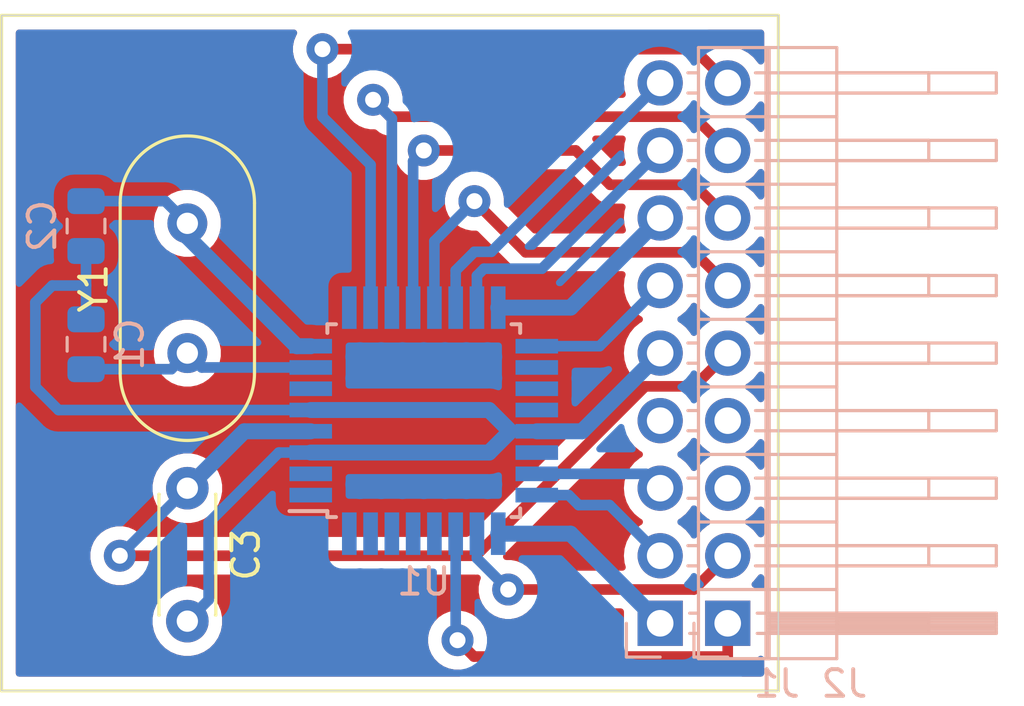
<source format=kicad_pcb>
(kicad_pcb (version 20171130) (host pcbnew 5.1.4-e60b266~84~ubuntu16.04.1)

  (general
    (thickness 1.6)
    (drawings 8)
    (tracks 98)
    (zones 0)
    (modules 7)
    (nets 33)
  )

  (page A4)
  (layers
    (0 F.Cu signal)
    (31 B.Cu signal)
    (32 B.Adhes user)
    (33 F.Adhes user)
    (34 B.Paste user)
    (35 F.Paste user)
    (36 B.SilkS user)
    (37 F.SilkS user)
    (38 B.Mask user)
    (39 F.Mask user)
    (40 Dwgs.User user)
    (41 Cmts.User user)
    (42 Eco1.User user)
    (43 Eco2.User user)
    (44 Edge.Cuts user)
    (45 Margin user)
    (46 B.CrtYd user)
    (47 F.CrtYd user)
    (48 B.Fab user)
    (49 F.Fab user)
  )

  (setup
    (last_trace_width 0.4)
    (user_trace_width 0.6)
    (user_trace_width 0.8)
    (trace_clearance 0.2)
    (zone_clearance 0.508)
    (zone_45_only no)
    (trace_min 0.2)
    (via_size 0.8)
    (via_drill 0.4)
    (via_min_size 0.4)
    (via_min_drill 0.3)
    (user_via 1.2 0.6)
    (uvia_size 0.3)
    (uvia_drill 0.1)
    (uvias_allowed no)
    (uvia_min_size 0.2)
    (uvia_min_drill 0.1)
    (edge_width 0.05)
    (segment_width 0.2)
    (pcb_text_width 0.3)
    (pcb_text_size 1.5 1.5)
    (mod_edge_width 0.12)
    (mod_text_size 1 1)
    (mod_text_width 0.15)
    (pad_size 1.524 1.524)
    (pad_drill 0.762)
    (pad_to_mask_clearance 0.051)
    (solder_mask_min_width 0.25)
    (aux_axis_origin 0 0)
    (visible_elements FFFFFF7F)
    (pcbplotparams
      (layerselection 0x010fc_ffffffff)
      (usegerberextensions false)
      (usegerberattributes false)
      (usegerberadvancedattributes false)
      (creategerberjobfile false)
      (excludeedgelayer true)
      (linewidth 0.100000)
      (plotframeref false)
      (viasonmask false)
      (mode 1)
      (useauxorigin false)
      (hpglpennumber 1)
      (hpglpenspeed 20)
      (hpglpendiameter 15.000000)
      (psnegative false)
      (psa4output false)
      (plotreference true)
      (plotvalue true)
      (plotinvisibletext false)
      (padsonsilk false)
      (subtractmaskfromsilk false)
      (outputformat 1)
      (mirror false)
      (drillshape 1)
      (scaleselection 1)
      (outputdirectory ""))
  )

  (net 0 "")
  (net 1 "Net-(C1-Pad1)")
  (net 2 "Net-(C1-Pad2)")
  (net 3 "Net-(C2-Pad1)")
  (net 4 "Net-(C3-Pad1)")
  (net 5 "Net-(J1-Pad9)")
  (net 6 "Net-(J1-Pad8)")
  (net 7 "Net-(J1-Pad7)")
  (net 8 "Net-(J1-Pad6)")
  (net 9 "Net-(J1-Pad4)")
  (net 10 "Net-(J1-Pad3)")
  (net 11 "Net-(J1-Pad2)")
  (net 12 "Net-(J1-Pad1)")
  (net 13 "Net-(J2-Pad1)")
  (net 14 "Net-(J2-Pad2)")
  (net 15 "Net-(J2-Pad3)")
  (net 16 "Net-(J2-Pad4)")
  (net 17 "Net-(J2-Pad6)")
  (net 18 "Net-(J2-Pad7)")
  (net 19 "Net-(J2-Pad8)")
  (net 20 "Net-(J2-Pad9)")
  (net 21 "Net-(U1-Pad18)")
  (net 22 "Net-(U1-Pad19)")
  (net 23 "Net-(U1-Pad20)")
  (net 24 "Net-(U1-Pad22)")
  (net 25 "Net-(U1-Pad28)")
  (net 26 "Net-(U1-Pad29)")
  (net 27 "Net-(U1-Pad30)")
  (net 28 "Net-(U1-Pad31)")
  (net 29 "Net-(U1-Pad1)")
  (net 30 "Net-(U1-Pad2)")
  (net 31 "Net-(U1-Pad9)")
  (net 32 "Net-(U1-Pad32)")

  (net_class Default "This is the default net class."
    (clearance 0.2)
    (trace_width 0.4)
    (via_dia 0.8)
    (via_drill 0.4)
    (uvia_dia 0.3)
    (uvia_drill 0.1)
    (add_net "Net-(C1-Pad1)")
    (add_net "Net-(C1-Pad2)")
    (add_net "Net-(C2-Pad1)")
    (add_net "Net-(C3-Pad1)")
    (add_net "Net-(J1-Pad1)")
    (add_net "Net-(J1-Pad2)")
    (add_net "Net-(J1-Pad3)")
    (add_net "Net-(J1-Pad4)")
    (add_net "Net-(J1-Pad6)")
    (add_net "Net-(J1-Pad7)")
    (add_net "Net-(J1-Pad8)")
    (add_net "Net-(J1-Pad9)")
    (add_net "Net-(J2-Pad1)")
    (add_net "Net-(J2-Pad2)")
    (add_net "Net-(J2-Pad3)")
    (add_net "Net-(J2-Pad4)")
    (add_net "Net-(J2-Pad6)")
    (add_net "Net-(J2-Pad7)")
    (add_net "Net-(J2-Pad8)")
    (add_net "Net-(J2-Pad9)")
    (add_net "Net-(U1-Pad1)")
    (add_net "Net-(U1-Pad18)")
    (add_net "Net-(U1-Pad19)")
    (add_net "Net-(U1-Pad2)")
    (add_net "Net-(U1-Pad20)")
    (add_net "Net-(U1-Pad22)")
    (add_net "Net-(U1-Pad28)")
    (add_net "Net-(U1-Pad29)")
    (add_net "Net-(U1-Pad30)")
    (add_net "Net-(U1-Pad31)")
    (add_net "Net-(U1-Pad32)")
    (add_net "Net-(U1-Pad9)")
  )

  (module Crystal:Crystal_HC49-4H_Vertical (layer F.Cu) (tedit 5A1AD3B7) (tstamp 5E70F703)
    (at 26.035 31.75 90)
    (descr "Crystal THT HC-49-4H http://5hertz.com/pdfs/04404_D.pdf")
    (tags "THT crystalHC-49-4H")
    (path /5E7086BB)
    (fp_text reference Y1 (at 2.44 -3.525 270) (layer F.SilkS)
      (effects (font (size 1 1) (thickness 0.15)))
    )
    (fp_text value Crystal (at 2.44 3.525 270) (layer F.Fab)
      (effects (font (size 1 1) (thickness 0.15)))
    )
    (fp_arc (start 5.64 0) (end 5.64 -2.525) (angle 180) (layer F.SilkS) (width 0.12))
    (fp_arc (start -0.76 0) (end -0.76 -2.525) (angle -180) (layer F.SilkS) (width 0.12))
    (fp_arc (start 5.44 0) (end 5.44 -2) (angle 180) (layer F.Fab) (width 0.1))
    (fp_arc (start -0.56 0) (end -0.56 -2) (angle -180) (layer F.Fab) (width 0.1))
    (fp_arc (start 5.64 0) (end 5.64 -2.325) (angle 180) (layer F.Fab) (width 0.1))
    (fp_arc (start -0.76 0) (end -0.76 -2.325) (angle -180) (layer F.Fab) (width 0.1))
    (fp_line (start 8.5 -2.8) (end -3.6 -2.8) (layer F.CrtYd) (width 0.05))
    (fp_line (start 8.5 2.8) (end 8.5 -2.8) (layer F.CrtYd) (width 0.05))
    (fp_line (start -3.6 2.8) (end 8.5 2.8) (layer F.CrtYd) (width 0.05))
    (fp_line (start -3.6 -2.8) (end -3.6 2.8) (layer F.CrtYd) (width 0.05))
    (fp_line (start -0.76 2.525) (end 5.64 2.525) (layer F.SilkS) (width 0.12))
    (fp_line (start -0.76 -2.525) (end 5.64 -2.525) (layer F.SilkS) (width 0.12))
    (fp_line (start -0.56 2) (end 5.44 2) (layer F.Fab) (width 0.1))
    (fp_line (start -0.56 -2) (end 5.44 -2) (layer F.Fab) (width 0.1))
    (fp_line (start -0.76 2.325) (end 5.64 2.325) (layer F.Fab) (width 0.1))
    (fp_line (start -0.76 -2.325) (end 5.64 -2.325) (layer F.Fab) (width 0.1))
    (fp_text user %R (at 2.44 0 270) (layer F.Fab)
      (effects (font (size 1 1) (thickness 0.15)))
    )
    (pad 2 thru_hole circle (at 4.88 0 90) (size 1.5 1.5) (drill 0.8) (layers *.Cu *.Mask)
      (net 3 "Net-(C2-Pad1)"))
    (pad 1 thru_hole circle (at 0 0 90) (size 1.5 1.5) (drill 0.8) (layers *.Cu *.Mask)
      (net 1 "Net-(C1-Pad1)"))
    (model ${KISYS3DMOD}/Crystal.3dshapes/Crystal_HC49-4H_Vertical.wrl
      (at (xyz 0 0 0))
      (scale (xyz 1 1 1))
      (rotate (xyz 0 0 0))
    )
  )

  (module Capacitor_THT:C_Disc_D4.3mm_W1.9mm_P5.00mm (layer F.Cu) (tedit 5AE50EF0) (tstamp 5E70F599)
    (at 26.035 36.83 270)
    (descr "C, Disc series, Radial, pin pitch=5.00mm, , diameter*width=4.3*1.9mm^2, Capacitor, http://www.vishay.com/docs/45233/krseries.pdf")
    (tags "C Disc series Radial pin pitch 5.00mm  diameter 4.3mm width 1.9mm Capacitor")
    (path /5E70985D)
    (fp_text reference C3 (at 2.5 -2.2 270) (layer F.SilkS)
      (effects (font (size 1 1) (thickness 0.15)))
    )
    (fp_text value 150n (at 2.5 2.2 270) (layer F.Fab)
      (effects (font (size 1 1) (thickness 0.15)))
    )
    (fp_text user %R (at 2.46 0 270) (layer F.Fab)
      (effects (font (size 0.86 0.86) (thickness 0.129)))
    )
    (fp_line (start 6.05 -1.2) (end -1.05 -1.2) (layer F.CrtYd) (width 0.05))
    (fp_line (start 6.05 1.2) (end 6.05 -1.2) (layer F.CrtYd) (width 0.05))
    (fp_line (start -1.05 1.2) (end 6.05 1.2) (layer F.CrtYd) (width 0.05))
    (fp_line (start -1.05 -1.2) (end -1.05 1.2) (layer F.CrtYd) (width 0.05))
    (fp_line (start 4.77 1.055) (end 4.77 1.07) (layer F.SilkS) (width 0.12))
    (fp_line (start 4.77 -1.07) (end 4.77 -1.055) (layer F.SilkS) (width 0.12))
    (fp_line (start 0.23 1.055) (end 0.23 1.07) (layer F.SilkS) (width 0.12))
    (fp_line (start 0.23 -1.07) (end 0.23 -1.055) (layer F.SilkS) (width 0.12))
    (fp_line (start 0.23 1.07) (end 4.77 1.07) (layer F.SilkS) (width 0.12))
    (fp_line (start 0.23 -1.07) (end 4.77 -1.07) (layer F.SilkS) (width 0.12))
    (fp_line (start 4.65 -0.95) (end 0.35 -0.95) (layer F.Fab) (width 0.1))
    (fp_line (start 4.65 0.95) (end 4.65 -0.95) (layer F.Fab) (width 0.1))
    (fp_line (start 0.35 0.95) (end 4.65 0.95) (layer F.Fab) (width 0.1))
    (fp_line (start 0.35 -0.95) (end 0.35 0.95) (layer F.Fab) (width 0.1))
    (pad 2 thru_hole circle (at 5 0 270) (size 1.6 1.6) (drill 0.8) (layers *.Cu *.Mask)
      (net 2 "Net-(C1-Pad2)"))
    (pad 1 thru_hole circle (at 0 0 270) (size 1.6 1.6) (drill 0.8) (layers *.Cu *.Mask)
      (net 4 "Net-(C3-Pad1)"))
    (model ${KISYS3DMOD}/Capacitor_THT.3dshapes/C_Disc_D4.3mm_W1.9mm_P5.00mm.wrl
      (at (xyz 0 0 0))
      (scale (xyz 1 1 1))
      (rotate (xyz 0 0 0))
    )
  )

  (module Connector_PinHeader_2.54mm:PinHeader_1x09_P2.54mm_Horizontal (layer B.Cu) (tedit 59FED5CB) (tstamp 5E73214A)
    (at 46.355 41.91)
    (descr "Through hole angled pin header, 1x09, 2.54mm pitch, 6mm pin length, single row")
    (tags "Through hole angled pin header THT 1x09 2.54mm single row")
    (path /5E70BCED)
    (fp_text reference J2 (at 4.385 2.27) (layer B.SilkS)
      (effects (font (size 1 1) (thickness 0.15)) (justify mirror))
    )
    (fp_text value Conn_01x09_Male (at 4.385 -22.59) (layer B.Fab)
      (effects (font (size 1 1) (thickness 0.15)) (justify mirror))
    )
    (fp_text user %R (at 2.77 -10.16 -90) (layer B.Fab)
      (effects (font (size 1 1) (thickness 0.15)) (justify mirror))
    )
    (fp_line (start 10.55 1.8) (end -1.8 1.8) (layer B.CrtYd) (width 0.05))
    (fp_line (start 10.55 -22.1) (end 10.55 1.8) (layer B.CrtYd) (width 0.05))
    (fp_line (start -1.8 -22.1) (end 10.55 -22.1) (layer B.CrtYd) (width 0.05))
    (fp_line (start -1.8 1.8) (end -1.8 -22.1) (layer B.CrtYd) (width 0.05))
    (fp_line (start -1.27 1.27) (end 0 1.27) (layer B.SilkS) (width 0.12))
    (fp_line (start -1.27 0) (end -1.27 1.27) (layer B.SilkS) (width 0.12))
    (fp_line (start 1.042929 -20.7) (end 1.44 -20.7) (layer B.SilkS) (width 0.12))
    (fp_line (start 1.042929 -19.94) (end 1.44 -19.94) (layer B.SilkS) (width 0.12))
    (fp_line (start 10.1 -20.7) (end 4.1 -20.7) (layer B.SilkS) (width 0.12))
    (fp_line (start 10.1 -19.94) (end 10.1 -20.7) (layer B.SilkS) (width 0.12))
    (fp_line (start 4.1 -19.94) (end 10.1 -19.94) (layer B.SilkS) (width 0.12))
    (fp_line (start 1.44 -19.05) (end 4.1 -19.05) (layer B.SilkS) (width 0.12))
    (fp_line (start 1.042929 -18.16) (end 1.44 -18.16) (layer B.SilkS) (width 0.12))
    (fp_line (start 1.042929 -17.4) (end 1.44 -17.4) (layer B.SilkS) (width 0.12))
    (fp_line (start 10.1 -18.16) (end 4.1 -18.16) (layer B.SilkS) (width 0.12))
    (fp_line (start 10.1 -17.4) (end 10.1 -18.16) (layer B.SilkS) (width 0.12))
    (fp_line (start 4.1 -17.4) (end 10.1 -17.4) (layer B.SilkS) (width 0.12))
    (fp_line (start 1.44 -16.51) (end 4.1 -16.51) (layer B.SilkS) (width 0.12))
    (fp_line (start 1.042929 -15.62) (end 1.44 -15.62) (layer B.SilkS) (width 0.12))
    (fp_line (start 1.042929 -14.86) (end 1.44 -14.86) (layer B.SilkS) (width 0.12))
    (fp_line (start 10.1 -15.62) (end 4.1 -15.62) (layer B.SilkS) (width 0.12))
    (fp_line (start 10.1 -14.86) (end 10.1 -15.62) (layer B.SilkS) (width 0.12))
    (fp_line (start 4.1 -14.86) (end 10.1 -14.86) (layer B.SilkS) (width 0.12))
    (fp_line (start 1.44 -13.97) (end 4.1 -13.97) (layer B.SilkS) (width 0.12))
    (fp_line (start 1.042929 -13.08) (end 1.44 -13.08) (layer B.SilkS) (width 0.12))
    (fp_line (start 1.042929 -12.32) (end 1.44 -12.32) (layer B.SilkS) (width 0.12))
    (fp_line (start 10.1 -13.08) (end 4.1 -13.08) (layer B.SilkS) (width 0.12))
    (fp_line (start 10.1 -12.32) (end 10.1 -13.08) (layer B.SilkS) (width 0.12))
    (fp_line (start 4.1 -12.32) (end 10.1 -12.32) (layer B.SilkS) (width 0.12))
    (fp_line (start 1.44 -11.43) (end 4.1 -11.43) (layer B.SilkS) (width 0.12))
    (fp_line (start 1.042929 -10.54) (end 1.44 -10.54) (layer B.SilkS) (width 0.12))
    (fp_line (start 1.042929 -9.78) (end 1.44 -9.78) (layer B.SilkS) (width 0.12))
    (fp_line (start 10.1 -10.54) (end 4.1 -10.54) (layer B.SilkS) (width 0.12))
    (fp_line (start 10.1 -9.78) (end 10.1 -10.54) (layer B.SilkS) (width 0.12))
    (fp_line (start 4.1 -9.78) (end 10.1 -9.78) (layer B.SilkS) (width 0.12))
    (fp_line (start 1.44 -8.89) (end 4.1 -8.89) (layer B.SilkS) (width 0.12))
    (fp_line (start 1.042929 -8) (end 1.44 -8) (layer B.SilkS) (width 0.12))
    (fp_line (start 1.042929 -7.24) (end 1.44 -7.24) (layer B.SilkS) (width 0.12))
    (fp_line (start 10.1 -8) (end 4.1 -8) (layer B.SilkS) (width 0.12))
    (fp_line (start 10.1 -7.24) (end 10.1 -8) (layer B.SilkS) (width 0.12))
    (fp_line (start 4.1 -7.24) (end 10.1 -7.24) (layer B.SilkS) (width 0.12))
    (fp_line (start 1.44 -6.35) (end 4.1 -6.35) (layer B.SilkS) (width 0.12))
    (fp_line (start 1.042929 -5.46) (end 1.44 -5.46) (layer B.SilkS) (width 0.12))
    (fp_line (start 1.042929 -4.7) (end 1.44 -4.7) (layer B.SilkS) (width 0.12))
    (fp_line (start 10.1 -5.46) (end 4.1 -5.46) (layer B.SilkS) (width 0.12))
    (fp_line (start 10.1 -4.7) (end 10.1 -5.46) (layer B.SilkS) (width 0.12))
    (fp_line (start 4.1 -4.7) (end 10.1 -4.7) (layer B.SilkS) (width 0.12))
    (fp_line (start 1.44 -3.81) (end 4.1 -3.81) (layer B.SilkS) (width 0.12))
    (fp_line (start 1.042929 -2.92) (end 1.44 -2.92) (layer B.SilkS) (width 0.12))
    (fp_line (start 1.042929 -2.16) (end 1.44 -2.16) (layer B.SilkS) (width 0.12))
    (fp_line (start 10.1 -2.92) (end 4.1 -2.92) (layer B.SilkS) (width 0.12))
    (fp_line (start 10.1 -2.16) (end 10.1 -2.92) (layer B.SilkS) (width 0.12))
    (fp_line (start 4.1 -2.16) (end 10.1 -2.16) (layer B.SilkS) (width 0.12))
    (fp_line (start 1.44 -1.27) (end 4.1 -1.27) (layer B.SilkS) (width 0.12))
    (fp_line (start 1.11 -0.38) (end 1.44 -0.38) (layer B.SilkS) (width 0.12))
    (fp_line (start 1.11 0.38) (end 1.44 0.38) (layer B.SilkS) (width 0.12))
    (fp_line (start 4.1 -0.28) (end 10.1 -0.28) (layer B.SilkS) (width 0.12))
    (fp_line (start 4.1 -0.16) (end 10.1 -0.16) (layer B.SilkS) (width 0.12))
    (fp_line (start 4.1 -0.04) (end 10.1 -0.04) (layer B.SilkS) (width 0.12))
    (fp_line (start 4.1 0.08) (end 10.1 0.08) (layer B.SilkS) (width 0.12))
    (fp_line (start 4.1 0.2) (end 10.1 0.2) (layer B.SilkS) (width 0.12))
    (fp_line (start 4.1 0.32) (end 10.1 0.32) (layer B.SilkS) (width 0.12))
    (fp_line (start 10.1 -0.38) (end 4.1 -0.38) (layer B.SilkS) (width 0.12))
    (fp_line (start 10.1 0.38) (end 10.1 -0.38) (layer B.SilkS) (width 0.12))
    (fp_line (start 4.1 0.38) (end 10.1 0.38) (layer B.SilkS) (width 0.12))
    (fp_line (start 4.1 1.33) (end 1.44 1.33) (layer B.SilkS) (width 0.12))
    (fp_line (start 4.1 -21.65) (end 4.1 1.33) (layer B.SilkS) (width 0.12))
    (fp_line (start 1.44 -21.65) (end 4.1 -21.65) (layer B.SilkS) (width 0.12))
    (fp_line (start 1.44 1.33) (end 1.44 -21.65) (layer B.SilkS) (width 0.12))
    (fp_line (start 4.04 -20.64) (end 10.04 -20.64) (layer B.Fab) (width 0.1))
    (fp_line (start 10.04 -20) (end 10.04 -20.64) (layer B.Fab) (width 0.1))
    (fp_line (start 4.04 -20) (end 10.04 -20) (layer B.Fab) (width 0.1))
    (fp_line (start -0.32 -20.64) (end 1.5 -20.64) (layer B.Fab) (width 0.1))
    (fp_line (start -0.32 -20) (end -0.32 -20.64) (layer B.Fab) (width 0.1))
    (fp_line (start -0.32 -20) (end 1.5 -20) (layer B.Fab) (width 0.1))
    (fp_line (start 4.04 -18.1) (end 10.04 -18.1) (layer B.Fab) (width 0.1))
    (fp_line (start 10.04 -17.46) (end 10.04 -18.1) (layer B.Fab) (width 0.1))
    (fp_line (start 4.04 -17.46) (end 10.04 -17.46) (layer B.Fab) (width 0.1))
    (fp_line (start -0.32 -18.1) (end 1.5 -18.1) (layer B.Fab) (width 0.1))
    (fp_line (start -0.32 -17.46) (end -0.32 -18.1) (layer B.Fab) (width 0.1))
    (fp_line (start -0.32 -17.46) (end 1.5 -17.46) (layer B.Fab) (width 0.1))
    (fp_line (start 4.04 -15.56) (end 10.04 -15.56) (layer B.Fab) (width 0.1))
    (fp_line (start 10.04 -14.92) (end 10.04 -15.56) (layer B.Fab) (width 0.1))
    (fp_line (start 4.04 -14.92) (end 10.04 -14.92) (layer B.Fab) (width 0.1))
    (fp_line (start -0.32 -15.56) (end 1.5 -15.56) (layer B.Fab) (width 0.1))
    (fp_line (start -0.32 -14.92) (end -0.32 -15.56) (layer B.Fab) (width 0.1))
    (fp_line (start -0.32 -14.92) (end 1.5 -14.92) (layer B.Fab) (width 0.1))
    (fp_line (start 4.04 -13.02) (end 10.04 -13.02) (layer B.Fab) (width 0.1))
    (fp_line (start 10.04 -12.38) (end 10.04 -13.02) (layer B.Fab) (width 0.1))
    (fp_line (start 4.04 -12.38) (end 10.04 -12.38) (layer B.Fab) (width 0.1))
    (fp_line (start -0.32 -13.02) (end 1.5 -13.02) (layer B.Fab) (width 0.1))
    (fp_line (start -0.32 -12.38) (end -0.32 -13.02) (layer B.Fab) (width 0.1))
    (fp_line (start -0.32 -12.38) (end 1.5 -12.38) (layer B.Fab) (width 0.1))
    (fp_line (start 4.04 -10.48) (end 10.04 -10.48) (layer B.Fab) (width 0.1))
    (fp_line (start 10.04 -9.84) (end 10.04 -10.48) (layer B.Fab) (width 0.1))
    (fp_line (start 4.04 -9.84) (end 10.04 -9.84) (layer B.Fab) (width 0.1))
    (fp_line (start -0.32 -10.48) (end 1.5 -10.48) (layer B.Fab) (width 0.1))
    (fp_line (start -0.32 -9.84) (end -0.32 -10.48) (layer B.Fab) (width 0.1))
    (fp_line (start -0.32 -9.84) (end 1.5 -9.84) (layer B.Fab) (width 0.1))
    (fp_line (start 4.04 -7.94) (end 10.04 -7.94) (layer B.Fab) (width 0.1))
    (fp_line (start 10.04 -7.3) (end 10.04 -7.94) (layer B.Fab) (width 0.1))
    (fp_line (start 4.04 -7.3) (end 10.04 -7.3) (layer B.Fab) (width 0.1))
    (fp_line (start -0.32 -7.94) (end 1.5 -7.94) (layer B.Fab) (width 0.1))
    (fp_line (start -0.32 -7.3) (end -0.32 -7.94) (layer B.Fab) (width 0.1))
    (fp_line (start -0.32 -7.3) (end 1.5 -7.3) (layer B.Fab) (width 0.1))
    (fp_line (start 4.04 -5.4) (end 10.04 -5.4) (layer B.Fab) (width 0.1))
    (fp_line (start 10.04 -4.76) (end 10.04 -5.4) (layer B.Fab) (width 0.1))
    (fp_line (start 4.04 -4.76) (end 10.04 -4.76) (layer B.Fab) (width 0.1))
    (fp_line (start -0.32 -5.4) (end 1.5 -5.4) (layer B.Fab) (width 0.1))
    (fp_line (start -0.32 -4.76) (end -0.32 -5.4) (layer B.Fab) (width 0.1))
    (fp_line (start -0.32 -4.76) (end 1.5 -4.76) (layer B.Fab) (width 0.1))
    (fp_line (start 4.04 -2.86) (end 10.04 -2.86) (layer B.Fab) (width 0.1))
    (fp_line (start 10.04 -2.22) (end 10.04 -2.86) (layer B.Fab) (width 0.1))
    (fp_line (start 4.04 -2.22) (end 10.04 -2.22) (layer B.Fab) (width 0.1))
    (fp_line (start -0.32 -2.86) (end 1.5 -2.86) (layer B.Fab) (width 0.1))
    (fp_line (start -0.32 -2.22) (end -0.32 -2.86) (layer B.Fab) (width 0.1))
    (fp_line (start -0.32 -2.22) (end 1.5 -2.22) (layer B.Fab) (width 0.1))
    (fp_line (start 4.04 -0.32) (end 10.04 -0.32) (layer B.Fab) (width 0.1))
    (fp_line (start 10.04 0.32) (end 10.04 -0.32) (layer B.Fab) (width 0.1))
    (fp_line (start 4.04 0.32) (end 10.04 0.32) (layer B.Fab) (width 0.1))
    (fp_line (start -0.32 -0.32) (end 1.5 -0.32) (layer B.Fab) (width 0.1))
    (fp_line (start -0.32 0.32) (end -0.32 -0.32) (layer B.Fab) (width 0.1))
    (fp_line (start -0.32 0.32) (end 1.5 0.32) (layer B.Fab) (width 0.1))
    (fp_line (start 1.5 0.635) (end 2.135 1.27) (layer B.Fab) (width 0.1))
    (fp_line (start 1.5 -21.59) (end 1.5 0.635) (layer B.Fab) (width 0.1))
    (fp_line (start 4.04 -21.59) (end 1.5 -21.59) (layer B.Fab) (width 0.1))
    (fp_line (start 4.04 1.27) (end 4.04 -21.59) (layer B.Fab) (width 0.1))
    (fp_line (start 2.135 1.27) (end 4.04 1.27) (layer B.Fab) (width 0.1))
    (pad 9 thru_hole oval (at 0 -20.32) (size 1.7 1.7) (drill 1) (layers *.Cu *.Mask)
      (net 20 "Net-(J2-Pad9)"))
    (pad 8 thru_hole oval (at 0 -17.78) (size 1.7 1.7) (drill 1) (layers *.Cu *.Mask)
      (net 19 "Net-(J2-Pad8)"))
    (pad 7 thru_hole oval (at 0 -15.24) (size 1.7 1.7) (drill 1) (layers *.Cu *.Mask)
      (net 18 "Net-(J2-Pad7)"))
    (pad 6 thru_hole oval (at 0 -12.7) (size 1.7 1.7) (drill 1) (layers *.Cu *.Mask)
      (net 17 "Net-(J2-Pad6)"))
    (pad 5 thru_hole oval (at 0 -10.16) (size 1.7 1.7) (drill 1) (layers *.Cu *.Mask)
      (net 4 "Net-(C3-Pad1)"))
    (pad 4 thru_hole oval (at 0 -7.62) (size 1.7 1.7) (drill 1) (layers *.Cu *.Mask)
      (net 16 "Net-(J2-Pad4)"))
    (pad 3 thru_hole oval (at 0 -5.08) (size 1.7 1.7) (drill 1) (layers *.Cu *.Mask)
      (net 15 "Net-(J2-Pad3)"))
    (pad 2 thru_hole oval (at 0 -2.54) (size 1.7 1.7) (drill 1) (layers *.Cu *.Mask)
      (net 14 "Net-(J2-Pad2)"))
    (pad 1 thru_hole rect (at 0 0) (size 1.7 1.7) (drill 1) (layers *.Cu *.Mask)
      (net 13 "Net-(J2-Pad1)"))
    (model ${KISYS3DMOD}/Connector_PinHeader_2.54mm.3dshapes/PinHeader_1x09_P2.54mm_Horizontal.wrl
      (at (xyz 0 0 0))
      (scale (xyz 1 1 1))
      (rotate (xyz 0 0 0))
    )
  )

  (module Capacitor_SMD:C_0805_2012Metric (layer B.Cu) (tedit 5B36C52B) (tstamp 5E70F573)
    (at 22.225 31.4175 90)
    (descr "Capacitor SMD 0805 (2012 Metric), square (rectangular) end terminal, IPC_7351 nominal, (Body size source: https://docs.google.com/spreadsheets/d/1BsfQQcO9C6DZCsRaXUlFlo91Tg2WpOkGARC1WS5S8t0/edit?usp=sharing), generated with kicad-footprint-generator")
    (tags capacitor)
    (path /5E708EC5)
    (attr smd)
    (fp_text reference C1 (at 0 1.65 270) (layer B.SilkS)
      (effects (font (size 1 1) (thickness 0.15)) (justify mirror))
    )
    (fp_text value 22 (at 0 -1.65 270) (layer B.Fab)
      (effects (font (size 1 1) (thickness 0.15)) (justify mirror))
    )
    (fp_text user %R (at 0 0 270) (layer B.Fab)
      (effects (font (size 0.5 0.5) (thickness 0.08)) (justify mirror))
    )
    (fp_line (start 1.68 -0.95) (end -1.68 -0.95) (layer B.CrtYd) (width 0.05))
    (fp_line (start 1.68 0.95) (end 1.68 -0.95) (layer B.CrtYd) (width 0.05))
    (fp_line (start -1.68 0.95) (end 1.68 0.95) (layer B.CrtYd) (width 0.05))
    (fp_line (start -1.68 -0.95) (end -1.68 0.95) (layer B.CrtYd) (width 0.05))
    (fp_line (start -0.258578 -0.71) (end 0.258578 -0.71) (layer B.SilkS) (width 0.12))
    (fp_line (start -0.258578 0.71) (end 0.258578 0.71) (layer B.SilkS) (width 0.12))
    (fp_line (start 1 -0.6) (end -1 -0.6) (layer B.Fab) (width 0.1))
    (fp_line (start 1 0.6) (end 1 -0.6) (layer B.Fab) (width 0.1))
    (fp_line (start -1 0.6) (end 1 0.6) (layer B.Fab) (width 0.1))
    (fp_line (start -1 -0.6) (end -1 0.6) (layer B.Fab) (width 0.1))
    (pad 2 smd roundrect (at 0.9375 0 90) (size 0.975 1.4) (layers B.Cu B.Paste B.Mask) (roundrect_rratio 0.25)
      (net 2 "Net-(C1-Pad2)"))
    (pad 1 smd roundrect (at -0.9375 0 90) (size 0.975 1.4) (layers B.Cu B.Paste B.Mask) (roundrect_rratio 0.25)
      (net 1 "Net-(C1-Pad1)"))
    (model ${KISYS3DMOD}/Capacitor_SMD.3dshapes/C_0805_2012Metric.wrl
      (at (xyz 0 0 0))
      (scale (xyz 1 1 1))
      (rotate (xyz 0 0 0))
    )
  )

  (module Capacitor_SMD:C_0805_2012Metric (layer B.Cu) (tedit 5B36C52B) (tstamp 5E70F584)
    (at 22.225 26.9725 270)
    (descr "Capacitor SMD 0805 (2012 Metric), square (rectangular) end terminal, IPC_7351 nominal, (Body size source: https://docs.google.com/spreadsheets/d/1BsfQQcO9C6DZCsRaXUlFlo91Tg2WpOkGARC1WS5S8t0/edit?usp=sharing), generated with kicad-footprint-generator")
    (tags capacitor)
    (path /5E709455)
    (attr smd)
    (fp_text reference C2 (at 0 1.65 270) (layer B.SilkS)
      (effects (font (size 1 1) (thickness 0.15)) (justify mirror))
    )
    (fp_text value 22 (at 0 -1.65 270) (layer B.Fab)
      (effects (font (size 1 1) (thickness 0.15)) (justify mirror))
    )
    (fp_line (start -1 -0.6) (end -1 0.6) (layer B.Fab) (width 0.1))
    (fp_line (start -1 0.6) (end 1 0.6) (layer B.Fab) (width 0.1))
    (fp_line (start 1 0.6) (end 1 -0.6) (layer B.Fab) (width 0.1))
    (fp_line (start 1 -0.6) (end -1 -0.6) (layer B.Fab) (width 0.1))
    (fp_line (start -0.258578 0.71) (end 0.258578 0.71) (layer B.SilkS) (width 0.12))
    (fp_line (start -0.258578 -0.71) (end 0.258578 -0.71) (layer B.SilkS) (width 0.12))
    (fp_line (start -1.68 -0.95) (end -1.68 0.95) (layer B.CrtYd) (width 0.05))
    (fp_line (start -1.68 0.95) (end 1.68 0.95) (layer B.CrtYd) (width 0.05))
    (fp_line (start 1.68 0.95) (end 1.68 -0.95) (layer B.CrtYd) (width 0.05))
    (fp_line (start 1.68 -0.95) (end -1.68 -0.95) (layer B.CrtYd) (width 0.05))
    (fp_text user %R (at 0 0 270) (layer B.Fab)
      (effects (font (size 0.5 0.5) (thickness 0.08)) (justify mirror))
    )
    (pad 1 smd roundrect (at -0.9375 0 270) (size 0.975 1.4) (layers B.Cu B.Paste B.Mask) (roundrect_rratio 0.25)
      (net 3 "Net-(C2-Pad1)"))
    (pad 2 smd roundrect (at 0.9375 0 270) (size 0.975 1.4) (layers B.Cu B.Paste B.Mask) (roundrect_rratio 0.25)
      (net 2 "Net-(C1-Pad2)"))
    (model ${KISYS3DMOD}/Capacitor_SMD.3dshapes/C_0805_2012Metric.wrl
      (at (xyz 0 0 0))
      (scale (xyz 1 1 1))
      (rotate (xyz 0 0 0))
    )
  )

  (module Connector_PinHeader_2.54mm:PinHeader_1x09_P2.54mm_Horizontal (layer B.Cu) (tedit 59FED5CB) (tstamp 5E70F627)
    (at 43.815 41.91)
    (descr "Through hole angled pin header, 1x09, 2.54mm pitch, 6mm pin length, single row")
    (tags "Through hole angled pin header THT 1x09 2.54mm single row")
    (path /5E709D4E)
    (fp_text reference J1 (at 4.385 2.27) (layer B.SilkS)
      (effects (font (size 1 1) (thickness 0.15)) (justify mirror))
    )
    (fp_text value Conn_01x09_Male (at 4.385 -22.59) (layer B.Fab)
      (effects (font (size 1 1) (thickness 0.15)) (justify mirror))
    )
    (fp_line (start 2.135 1.27) (end 4.04 1.27) (layer B.Fab) (width 0.1))
    (fp_line (start 4.04 1.27) (end 4.04 -21.59) (layer B.Fab) (width 0.1))
    (fp_line (start 4.04 -21.59) (end 1.5 -21.59) (layer B.Fab) (width 0.1))
    (fp_line (start 1.5 -21.59) (end 1.5 0.635) (layer B.Fab) (width 0.1))
    (fp_line (start 1.5 0.635) (end 2.135 1.27) (layer B.Fab) (width 0.1))
    (fp_line (start -0.32 0.32) (end 1.5 0.32) (layer B.Fab) (width 0.1))
    (fp_line (start -0.32 0.32) (end -0.32 -0.32) (layer B.Fab) (width 0.1))
    (fp_line (start -0.32 -0.32) (end 1.5 -0.32) (layer B.Fab) (width 0.1))
    (fp_line (start 4.04 0.32) (end 10.04 0.32) (layer B.Fab) (width 0.1))
    (fp_line (start 10.04 0.32) (end 10.04 -0.32) (layer B.Fab) (width 0.1))
    (fp_line (start 4.04 -0.32) (end 10.04 -0.32) (layer B.Fab) (width 0.1))
    (fp_line (start -0.32 -2.22) (end 1.5 -2.22) (layer B.Fab) (width 0.1))
    (fp_line (start -0.32 -2.22) (end -0.32 -2.86) (layer B.Fab) (width 0.1))
    (fp_line (start -0.32 -2.86) (end 1.5 -2.86) (layer B.Fab) (width 0.1))
    (fp_line (start 4.04 -2.22) (end 10.04 -2.22) (layer B.Fab) (width 0.1))
    (fp_line (start 10.04 -2.22) (end 10.04 -2.86) (layer B.Fab) (width 0.1))
    (fp_line (start 4.04 -2.86) (end 10.04 -2.86) (layer B.Fab) (width 0.1))
    (fp_line (start -0.32 -4.76) (end 1.5 -4.76) (layer B.Fab) (width 0.1))
    (fp_line (start -0.32 -4.76) (end -0.32 -5.4) (layer B.Fab) (width 0.1))
    (fp_line (start -0.32 -5.4) (end 1.5 -5.4) (layer B.Fab) (width 0.1))
    (fp_line (start 4.04 -4.76) (end 10.04 -4.76) (layer B.Fab) (width 0.1))
    (fp_line (start 10.04 -4.76) (end 10.04 -5.4) (layer B.Fab) (width 0.1))
    (fp_line (start 4.04 -5.4) (end 10.04 -5.4) (layer B.Fab) (width 0.1))
    (fp_line (start -0.32 -7.3) (end 1.5 -7.3) (layer B.Fab) (width 0.1))
    (fp_line (start -0.32 -7.3) (end -0.32 -7.94) (layer B.Fab) (width 0.1))
    (fp_line (start -0.32 -7.94) (end 1.5 -7.94) (layer B.Fab) (width 0.1))
    (fp_line (start 4.04 -7.3) (end 10.04 -7.3) (layer B.Fab) (width 0.1))
    (fp_line (start 10.04 -7.3) (end 10.04 -7.94) (layer B.Fab) (width 0.1))
    (fp_line (start 4.04 -7.94) (end 10.04 -7.94) (layer B.Fab) (width 0.1))
    (fp_line (start -0.32 -9.84) (end 1.5 -9.84) (layer B.Fab) (width 0.1))
    (fp_line (start -0.32 -9.84) (end -0.32 -10.48) (layer B.Fab) (width 0.1))
    (fp_line (start -0.32 -10.48) (end 1.5 -10.48) (layer B.Fab) (width 0.1))
    (fp_line (start 4.04 -9.84) (end 10.04 -9.84) (layer B.Fab) (width 0.1))
    (fp_line (start 10.04 -9.84) (end 10.04 -10.48) (layer B.Fab) (width 0.1))
    (fp_line (start 4.04 -10.48) (end 10.04 -10.48) (layer B.Fab) (width 0.1))
    (fp_line (start -0.32 -12.38) (end 1.5 -12.38) (layer B.Fab) (width 0.1))
    (fp_line (start -0.32 -12.38) (end -0.32 -13.02) (layer B.Fab) (width 0.1))
    (fp_line (start -0.32 -13.02) (end 1.5 -13.02) (layer B.Fab) (width 0.1))
    (fp_line (start 4.04 -12.38) (end 10.04 -12.38) (layer B.Fab) (width 0.1))
    (fp_line (start 10.04 -12.38) (end 10.04 -13.02) (layer B.Fab) (width 0.1))
    (fp_line (start 4.04 -13.02) (end 10.04 -13.02) (layer B.Fab) (width 0.1))
    (fp_line (start -0.32 -14.92) (end 1.5 -14.92) (layer B.Fab) (width 0.1))
    (fp_line (start -0.32 -14.92) (end -0.32 -15.56) (layer B.Fab) (width 0.1))
    (fp_line (start -0.32 -15.56) (end 1.5 -15.56) (layer B.Fab) (width 0.1))
    (fp_line (start 4.04 -14.92) (end 10.04 -14.92) (layer B.Fab) (width 0.1))
    (fp_line (start 10.04 -14.92) (end 10.04 -15.56) (layer B.Fab) (width 0.1))
    (fp_line (start 4.04 -15.56) (end 10.04 -15.56) (layer B.Fab) (width 0.1))
    (fp_line (start -0.32 -17.46) (end 1.5 -17.46) (layer B.Fab) (width 0.1))
    (fp_line (start -0.32 -17.46) (end -0.32 -18.1) (layer B.Fab) (width 0.1))
    (fp_line (start -0.32 -18.1) (end 1.5 -18.1) (layer B.Fab) (width 0.1))
    (fp_line (start 4.04 -17.46) (end 10.04 -17.46) (layer B.Fab) (width 0.1))
    (fp_line (start 10.04 -17.46) (end 10.04 -18.1) (layer B.Fab) (width 0.1))
    (fp_line (start 4.04 -18.1) (end 10.04 -18.1) (layer B.Fab) (width 0.1))
    (fp_line (start -0.32 -20) (end 1.5 -20) (layer B.Fab) (width 0.1))
    (fp_line (start -0.32 -20) (end -0.32 -20.64) (layer B.Fab) (width 0.1))
    (fp_line (start -0.32 -20.64) (end 1.5 -20.64) (layer B.Fab) (width 0.1))
    (fp_line (start 4.04 -20) (end 10.04 -20) (layer B.Fab) (width 0.1))
    (fp_line (start 10.04 -20) (end 10.04 -20.64) (layer B.Fab) (width 0.1))
    (fp_line (start 4.04 -20.64) (end 10.04 -20.64) (layer B.Fab) (width 0.1))
    (fp_line (start 1.44 1.33) (end 1.44 -21.65) (layer B.SilkS) (width 0.12))
    (fp_line (start 1.44 -21.65) (end 4.1 -21.65) (layer B.SilkS) (width 0.12))
    (fp_line (start 4.1 -21.65) (end 4.1 1.33) (layer B.SilkS) (width 0.12))
    (fp_line (start 4.1 1.33) (end 1.44 1.33) (layer B.SilkS) (width 0.12))
    (fp_line (start 4.1 0.38) (end 10.1 0.38) (layer B.SilkS) (width 0.12))
    (fp_line (start 10.1 0.38) (end 10.1 -0.38) (layer B.SilkS) (width 0.12))
    (fp_line (start 10.1 -0.38) (end 4.1 -0.38) (layer B.SilkS) (width 0.12))
    (fp_line (start 4.1 0.32) (end 10.1 0.32) (layer B.SilkS) (width 0.12))
    (fp_line (start 4.1 0.2) (end 10.1 0.2) (layer B.SilkS) (width 0.12))
    (fp_line (start 4.1 0.08) (end 10.1 0.08) (layer B.SilkS) (width 0.12))
    (fp_line (start 4.1 -0.04) (end 10.1 -0.04) (layer B.SilkS) (width 0.12))
    (fp_line (start 4.1 -0.16) (end 10.1 -0.16) (layer B.SilkS) (width 0.12))
    (fp_line (start 4.1 -0.28) (end 10.1 -0.28) (layer B.SilkS) (width 0.12))
    (fp_line (start 1.11 0.38) (end 1.44 0.38) (layer B.SilkS) (width 0.12))
    (fp_line (start 1.11 -0.38) (end 1.44 -0.38) (layer B.SilkS) (width 0.12))
    (fp_line (start 1.44 -1.27) (end 4.1 -1.27) (layer B.SilkS) (width 0.12))
    (fp_line (start 4.1 -2.16) (end 10.1 -2.16) (layer B.SilkS) (width 0.12))
    (fp_line (start 10.1 -2.16) (end 10.1 -2.92) (layer B.SilkS) (width 0.12))
    (fp_line (start 10.1 -2.92) (end 4.1 -2.92) (layer B.SilkS) (width 0.12))
    (fp_line (start 1.042929 -2.16) (end 1.44 -2.16) (layer B.SilkS) (width 0.12))
    (fp_line (start 1.042929 -2.92) (end 1.44 -2.92) (layer B.SilkS) (width 0.12))
    (fp_line (start 1.44 -3.81) (end 4.1 -3.81) (layer B.SilkS) (width 0.12))
    (fp_line (start 4.1 -4.7) (end 10.1 -4.7) (layer B.SilkS) (width 0.12))
    (fp_line (start 10.1 -4.7) (end 10.1 -5.46) (layer B.SilkS) (width 0.12))
    (fp_line (start 10.1 -5.46) (end 4.1 -5.46) (layer B.SilkS) (width 0.12))
    (fp_line (start 1.042929 -4.7) (end 1.44 -4.7) (layer B.SilkS) (width 0.12))
    (fp_line (start 1.042929 -5.46) (end 1.44 -5.46) (layer B.SilkS) (width 0.12))
    (fp_line (start 1.44 -6.35) (end 4.1 -6.35) (layer B.SilkS) (width 0.12))
    (fp_line (start 4.1 -7.24) (end 10.1 -7.24) (layer B.SilkS) (width 0.12))
    (fp_line (start 10.1 -7.24) (end 10.1 -8) (layer B.SilkS) (width 0.12))
    (fp_line (start 10.1 -8) (end 4.1 -8) (layer B.SilkS) (width 0.12))
    (fp_line (start 1.042929 -7.24) (end 1.44 -7.24) (layer B.SilkS) (width 0.12))
    (fp_line (start 1.042929 -8) (end 1.44 -8) (layer B.SilkS) (width 0.12))
    (fp_line (start 1.44 -8.89) (end 4.1 -8.89) (layer B.SilkS) (width 0.12))
    (fp_line (start 4.1 -9.78) (end 10.1 -9.78) (layer B.SilkS) (width 0.12))
    (fp_line (start 10.1 -9.78) (end 10.1 -10.54) (layer B.SilkS) (width 0.12))
    (fp_line (start 10.1 -10.54) (end 4.1 -10.54) (layer B.SilkS) (width 0.12))
    (fp_line (start 1.042929 -9.78) (end 1.44 -9.78) (layer B.SilkS) (width 0.12))
    (fp_line (start 1.042929 -10.54) (end 1.44 -10.54) (layer B.SilkS) (width 0.12))
    (fp_line (start 1.44 -11.43) (end 4.1 -11.43) (layer B.SilkS) (width 0.12))
    (fp_line (start 4.1 -12.32) (end 10.1 -12.32) (layer B.SilkS) (width 0.12))
    (fp_line (start 10.1 -12.32) (end 10.1 -13.08) (layer B.SilkS) (width 0.12))
    (fp_line (start 10.1 -13.08) (end 4.1 -13.08) (layer B.SilkS) (width 0.12))
    (fp_line (start 1.042929 -12.32) (end 1.44 -12.32) (layer B.SilkS) (width 0.12))
    (fp_line (start 1.042929 -13.08) (end 1.44 -13.08) (layer B.SilkS) (width 0.12))
    (fp_line (start 1.44 -13.97) (end 4.1 -13.97) (layer B.SilkS) (width 0.12))
    (fp_line (start 4.1 -14.86) (end 10.1 -14.86) (layer B.SilkS) (width 0.12))
    (fp_line (start 10.1 -14.86) (end 10.1 -15.62) (layer B.SilkS) (width 0.12))
    (fp_line (start 10.1 -15.62) (end 4.1 -15.62) (layer B.SilkS) (width 0.12))
    (fp_line (start 1.042929 -14.86) (end 1.44 -14.86) (layer B.SilkS) (width 0.12))
    (fp_line (start 1.042929 -15.62) (end 1.44 -15.62) (layer B.SilkS) (width 0.12))
    (fp_line (start 1.44 -16.51) (end 4.1 -16.51) (layer B.SilkS) (width 0.12))
    (fp_line (start 4.1 -17.4) (end 10.1 -17.4) (layer B.SilkS) (width 0.12))
    (fp_line (start 10.1 -17.4) (end 10.1 -18.16) (layer B.SilkS) (width 0.12))
    (fp_line (start 10.1 -18.16) (end 4.1 -18.16) (layer B.SilkS) (width 0.12))
    (fp_line (start 1.042929 -17.4) (end 1.44 -17.4) (layer B.SilkS) (width 0.12))
    (fp_line (start 1.042929 -18.16) (end 1.44 -18.16) (layer B.SilkS) (width 0.12))
    (fp_line (start 1.44 -19.05) (end 4.1 -19.05) (layer B.SilkS) (width 0.12))
    (fp_line (start 4.1 -19.94) (end 10.1 -19.94) (layer B.SilkS) (width 0.12))
    (fp_line (start 10.1 -19.94) (end 10.1 -20.7) (layer B.SilkS) (width 0.12))
    (fp_line (start 10.1 -20.7) (end 4.1 -20.7) (layer B.SilkS) (width 0.12))
    (fp_line (start 1.042929 -19.94) (end 1.44 -19.94) (layer B.SilkS) (width 0.12))
    (fp_line (start 1.042929 -20.7) (end 1.44 -20.7) (layer B.SilkS) (width 0.12))
    (fp_line (start -1.27 0) (end -1.27 1.27) (layer B.SilkS) (width 0.12))
    (fp_line (start -1.27 1.27) (end 0 1.27) (layer B.SilkS) (width 0.12))
    (fp_line (start -1.8 1.8) (end -1.8 -22.1) (layer B.CrtYd) (width 0.05))
    (fp_line (start -1.8 -22.1) (end 10.55 -22.1) (layer B.CrtYd) (width 0.05))
    (fp_line (start 10.55 -22.1) (end 10.55 1.8) (layer B.CrtYd) (width 0.05))
    (fp_line (start 10.55 1.8) (end -1.8 1.8) (layer B.CrtYd) (width 0.05))
    (fp_text user %R (at 2.77 -10.16 -90) (layer B.Fab)
      (effects (font (size 1 1) (thickness 0.15)) (justify mirror))
    )
    (pad 1 thru_hole rect (at 0 0) (size 1.7 1.7) (drill 1) (layers *.Cu *.Mask)
      (net 12 "Net-(J1-Pad1)"))
    (pad 2 thru_hole oval (at 0 -2.54) (size 1.7 1.7) (drill 1) (layers *.Cu *.Mask)
      (net 11 "Net-(J1-Pad2)"))
    (pad 3 thru_hole oval (at 0 -5.08) (size 1.7 1.7) (drill 1) (layers *.Cu *.Mask)
      (net 10 "Net-(J1-Pad3)"))
    (pad 4 thru_hole oval (at 0 -7.62) (size 1.7 1.7) (drill 1) (layers *.Cu *.Mask)
      (net 9 "Net-(J1-Pad4)"))
    (pad 5 thru_hole oval (at 0 -10.16) (size 1.7 1.7) (drill 1) (layers *.Cu *.Mask)
      (net 2 "Net-(C1-Pad2)"))
    (pad 6 thru_hole oval (at 0 -12.7) (size 1.7 1.7) (drill 1) (layers *.Cu *.Mask)
      (net 8 "Net-(J1-Pad6)"))
    (pad 7 thru_hole oval (at 0 -15.24) (size 1.7 1.7) (drill 1) (layers *.Cu *.Mask)
      (net 7 "Net-(J1-Pad7)"))
    (pad 8 thru_hole oval (at 0 -17.78) (size 1.7 1.7) (drill 1) (layers *.Cu *.Mask)
      (net 6 "Net-(J1-Pad8)"))
    (pad 9 thru_hole oval (at 0 -20.32) (size 1.7 1.7) (drill 1) (layers *.Cu *.Mask)
      (net 5 "Net-(J1-Pad9)"))
    (model ${KISYS3DMOD}/Connector_PinHeader_2.54mm.3dshapes/PinHeader_1x09_P2.54mm_Horizontal.wrl
      (at (xyz 0 0 0))
      (scale (xyz 1 1 1))
      (rotate (xyz 0 0 0))
    )
  )

  (module Package_QFP:TQFP-32_7x7mm_P0.8mm (layer B.Cu) (tedit 5A02F146) (tstamp 5E70F6EC)
    (at 34.925 34.29)
    (descr "32-Lead Plastic Thin Quad Flatpack (PT) - 7x7x1.0 mm Body, 2.00 mm [TQFP] (see Microchip Packaging Specification 00000049BS.pdf)")
    (tags "QFP 0.8")
    (path /5E7068E5)
    (attr smd)
    (fp_text reference U1 (at 0 6.05) (layer B.SilkS)
      (effects (font (size 1 1) (thickness 0.15)) (justify mirror))
    )
    (fp_text value ATmega168PA-AU (at 0 -6.05) (layer B.Fab)
      (effects (font (size 1 1) (thickness 0.15)) (justify mirror))
    )
    (fp_line (start -3.625 3.4) (end -5.05 3.4) (layer B.SilkS) (width 0.15))
    (fp_line (start 3.625 3.625) (end 3.3 3.625) (layer B.SilkS) (width 0.15))
    (fp_line (start 3.625 -3.625) (end 3.3 -3.625) (layer B.SilkS) (width 0.15))
    (fp_line (start -3.625 -3.625) (end -3.3 -3.625) (layer B.SilkS) (width 0.15))
    (fp_line (start -3.625 3.625) (end -3.3 3.625) (layer B.SilkS) (width 0.15))
    (fp_line (start -3.625 -3.625) (end -3.625 -3.3) (layer B.SilkS) (width 0.15))
    (fp_line (start 3.625 -3.625) (end 3.625 -3.3) (layer B.SilkS) (width 0.15))
    (fp_line (start 3.625 3.625) (end 3.625 3.3) (layer B.SilkS) (width 0.15))
    (fp_line (start -3.625 3.625) (end -3.625 3.4) (layer B.SilkS) (width 0.15))
    (fp_line (start -5.3 -5.3) (end 5.3 -5.3) (layer B.CrtYd) (width 0.05))
    (fp_line (start -5.3 5.3) (end 5.3 5.3) (layer B.CrtYd) (width 0.05))
    (fp_line (start 5.3 5.3) (end 5.3 -5.3) (layer B.CrtYd) (width 0.05))
    (fp_line (start -5.3 5.3) (end -5.3 -5.3) (layer B.CrtYd) (width 0.05))
    (fp_line (start -3.5 2.5) (end -2.5 3.5) (layer B.Fab) (width 0.15))
    (fp_line (start -3.5 -3.5) (end -3.5 2.5) (layer B.Fab) (width 0.15))
    (fp_line (start 3.5 -3.5) (end -3.5 -3.5) (layer B.Fab) (width 0.15))
    (fp_line (start 3.5 3.5) (end 3.5 -3.5) (layer B.Fab) (width 0.15))
    (fp_line (start -2.5 3.5) (end 3.5 3.5) (layer B.Fab) (width 0.15))
    (fp_text user %R (at 0 0) (layer B.Fab)
      (effects (font (size 1 1) (thickness 0.15)) (justify mirror))
    )
    (pad 32 smd rect (at -2.8 4.25 270) (size 1.6 0.55) (layers B.Cu B.Paste B.Mask)
      (net 32 "Net-(U1-Pad32)"))
    (pad 31 smd rect (at -2 4.25 270) (size 1.6 0.55) (layers B.Cu B.Paste B.Mask)
      (net 28 "Net-(U1-Pad31)"))
    (pad 30 smd rect (at -1.2 4.25 270) (size 1.6 0.55) (layers B.Cu B.Paste B.Mask)
      (net 27 "Net-(U1-Pad30)"))
    (pad 29 smd rect (at -0.4 4.25 270) (size 1.6 0.55) (layers B.Cu B.Paste B.Mask)
      (net 26 "Net-(U1-Pad29)"))
    (pad 28 smd rect (at 0.4 4.25 270) (size 1.6 0.55) (layers B.Cu B.Paste B.Mask)
      (net 25 "Net-(U1-Pad28)"))
    (pad 27 smd rect (at 1.2 4.25 270) (size 1.6 0.55) (layers B.Cu B.Paste B.Mask)
      (net 13 "Net-(J2-Pad1)"))
    (pad 26 smd rect (at 2 4.25 270) (size 1.6 0.55) (layers B.Cu B.Paste B.Mask)
      (net 14 "Net-(J2-Pad2)"))
    (pad 25 smd rect (at 2.8 4.25 270) (size 1.6 0.55) (layers B.Cu B.Paste B.Mask)
      (net 12 "Net-(J1-Pad1)"))
    (pad 24 smd rect (at 4.25 2.8) (size 1.6 0.55) (layers B.Cu B.Paste B.Mask)
      (net 11 "Net-(J1-Pad2)"))
    (pad 23 smd rect (at 4.25 2) (size 1.6 0.55) (layers B.Cu B.Paste B.Mask)
      (net 10 "Net-(J1-Pad3)"))
    (pad 22 smd rect (at 4.25 1.2) (size 1.6 0.55) (layers B.Cu B.Paste B.Mask)
      (net 24 "Net-(U1-Pad22)"))
    (pad 21 smd rect (at 4.25 0.4) (size 1.6 0.55) (layers B.Cu B.Paste B.Mask)
      (net 2 "Net-(C1-Pad2)"))
    (pad 20 smd rect (at 4.25 -0.4) (size 1.6 0.55) (layers B.Cu B.Paste B.Mask)
      (net 23 "Net-(U1-Pad20)"))
    (pad 19 smd rect (at 4.25 -1.2) (size 1.6 0.55) (layers B.Cu B.Paste B.Mask)
      (net 22 "Net-(U1-Pad19)"))
    (pad 18 smd rect (at 4.25 -2) (size 1.6 0.55) (layers B.Cu B.Paste B.Mask)
      (net 21 "Net-(U1-Pad18)"))
    (pad 17 smd rect (at 4.25 -2.8) (size 1.6 0.55) (layers B.Cu B.Paste B.Mask)
      (net 8 "Net-(J1-Pad6)"))
    (pad 16 smd rect (at 2.8 -4.25 270) (size 1.6 0.55) (layers B.Cu B.Paste B.Mask)
      (net 7 "Net-(J1-Pad7)"))
    (pad 15 smd rect (at 2 -4.25 270) (size 1.6 0.55) (layers B.Cu B.Paste B.Mask)
      (net 6 "Net-(J1-Pad8)"))
    (pad 14 smd rect (at 1.2 -4.25 270) (size 1.6 0.55) (layers B.Cu B.Paste B.Mask)
      (net 5 "Net-(J1-Pad9)"))
    (pad 13 smd rect (at 0.4 -4.25 270) (size 1.6 0.55) (layers B.Cu B.Paste B.Mask)
      (net 17 "Net-(J2-Pad6)"))
    (pad 12 smd rect (at -0.4 -4.25 270) (size 1.6 0.55) (layers B.Cu B.Paste B.Mask)
      (net 18 "Net-(J2-Pad7)"))
    (pad 11 smd rect (at -1.2 -4.25 270) (size 1.6 0.55) (layers B.Cu B.Paste B.Mask)
      (net 19 "Net-(J2-Pad8)"))
    (pad 10 smd rect (at -2 -4.25 270) (size 1.6 0.55) (layers B.Cu B.Paste B.Mask)
      (net 20 "Net-(J2-Pad9)"))
    (pad 9 smd rect (at -2.8 -4.25 270) (size 1.6 0.55) (layers B.Cu B.Paste B.Mask)
      (net 31 "Net-(U1-Pad9)"))
    (pad 8 smd rect (at -4.25 -2.8) (size 1.6 0.55) (layers B.Cu B.Paste B.Mask)
      (net 3 "Net-(C2-Pad1)"))
    (pad 7 smd rect (at -4.25 -2) (size 1.6 0.55) (layers B.Cu B.Paste B.Mask)
      (net 1 "Net-(C1-Pad1)"))
    (pad 6 smd rect (at -4.25 -1.2) (size 1.6 0.55) (layers B.Cu B.Paste B.Mask)
      (net 4 "Net-(C3-Pad1)"))
    (pad 5 smd rect (at -4.25 -0.4) (size 1.6 0.55) (layers B.Cu B.Paste B.Mask)
      (net 2 "Net-(C1-Pad2)"))
    (pad 4 smd rect (at -4.25 0.4) (size 1.6 0.55) (layers B.Cu B.Paste B.Mask)
      (net 4 "Net-(C3-Pad1)"))
    (pad 3 smd rect (at -4.25 1.2) (size 1.6 0.55) (layers B.Cu B.Paste B.Mask)
      (net 2 "Net-(C1-Pad2)"))
    (pad 2 smd rect (at -4.25 2) (size 1.6 0.55) (layers B.Cu B.Paste B.Mask)
      (net 30 "Net-(U1-Pad2)"))
    (pad 1 smd rect (at -4.25 2.8) (size 1.6 0.55) (layers B.Cu B.Paste B.Mask)
      (net 29 "Net-(U1-Pad1)"))
    (model ${KISYS3DMOD}/Package_QFP.3dshapes/TQFP-32_7x7mm_P0.8mm.wrl
      (at (xyz 0 0 0))
      (scale (xyz 1 1 1))
      (rotate (xyz 0 0 0))
    )
  )

  (gr_line (start 19.05 44.45) (end 19.05 19.05) (layer Edge.Cuts) (width 0.05) (tstamp 5E736275))
  (gr_line (start 48.26 44.45) (end 19.05 44.45) (layer Edge.Cuts) (width 0.05))
  (gr_line (start 48.26 19.05) (end 48.26 44.45) (layer Edge.Cuts) (width 0.05))
  (gr_line (start 19.05 19.05) (end 48.26 19.05) (layer Edge.Cuts) (width 0.05))
  (gr_line (start 19.05 44.45) (end 19.05 19.05) (layer F.SilkS) (width 0.12) (tstamp 5E73473D))
  (gr_line (start 48.26 44.45) (end 19.05 44.45) (layer F.SilkS) (width 0.12))
  (gr_line (start 48.26 19.05) (end 48.26 44.45) (layer F.SilkS) (width 0.12))
  (gr_line (start 19.05 19.05) (end 48.26 19.05) (layer F.SilkS) (width 0.12))

  (segment (start 26.575 32.29) (end 26.035 31.75) (width 0.4) (layer B.Cu) (net 1))
  (segment (start 30.675 32.29) (end 26.575 32.29) (width 0.4) (layer B.Cu) (net 1))
  (segment (start 25.43 32.355) (end 26.035 31.75) (width 0.4) (layer B.Cu) (net 1))
  (segment (start 22.225 32.355) (end 25.43 32.355) (width 0.4) (layer B.Cu) (net 1))
  (segment (start 40.875 34.69) (end 43.815 31.75) (width 0.6) (layer B.Cu) (net 2))
  (segment (start 39.175 34.69) (end 40.875 34.69) (width 0.6) (layer B.Cu) (net 2))
  (segment (start 31.875 33.89) (end 30.675 33.89) (width 0.6) (layer B.Cu) (net 2))
  (segment (start 38.179998 34.69) (end 37.379998 33.89) (width 0.6) (layer B.Cu) (net 2))
  (segment (start 37.379998 33.89) (end 31.875 33.89) (width 0.6) (layer B.Cu) (net 2))
  (segment (start 38.179998 34.69) (end 39.175 34.69) (width 0.4) (layer B.Cu) (net 2))
  (segment (start 37.379998 35.49) (end 38.179998 34.69) (width 0.6) (layer B.Cu) (net 2))
  (segment (start 30.675 35.49) (end 37.379998 35.49) (width 0.6) (layer B.Cu) (net 2))
  (segment (start 29.475 35.49) (end 30.675 35.49) (width 0.4) (layer B.Cu) (net 2))
  (segment (start 26.834999 41.030001) (end 26.834999 38.130001) (width 0.4) (layer B.Cu) (net 2))
  (segment (start 26.834999 38.130001) (end 29.475 35.49) (width 0.4) (layer B.Cu) (net 2))
  (segment (start 26.035 41.83) (end 26.834999 41.030001) (width 0.4) (layer B.Cu) (net 2))
  (segment (start 22.225 27.91) (end 22.225 29.21) (width 0.4) (layer B.Cu) (net 2))
  (segment (start 22.225 29.21) (end 22.225 30.48) (width 0.4) (layer B.Cu) (net 2))
  (segment (start 30.675 33.89) (end 21.19 33.89) (width 0.4) (layer B.Cu) (net 2))
  (segment (start 21.19 33.89) (end 20.32 33.02) (width 0.4) (layer B.Cu) (net 2))
  (segment (start 20.32 33.02) (end 20.32 29.845) (width 0.4) (layer B.Cu) (net 2))
  (segment (start 20.955 29.21) (end 22.225 29.21) (width 0.4) (layer B.Cu) (net 2))
  (segment (start 20.32 29.845) (end 20.955 29.21) (width 0.4) (layer B.Cu) (net 2))
  (segment (start 26.035 27.375) (end 26.035 26.87) (width 0.6) (layer B.Cu) (net 3))
  (segment (start 30.675 31.49) (end 30.15 31.49) (width 0.6) (layer B.Cu) (net 3))
  (segment (start 30.15 31.49) (end 26.035 27.375) (width 0.6) (layer B.Cu) (net 3))
  (segment (start 25.2 26.035) (end 26.035 26.87) (width 0.4) (layer B.Cu) (net 3))
  (segment (start 22.225 26.035) (end 25.2 26.035) (width 0.4) (layer B.Cu) (net 3))
  (segment (start 28.175 34.69) (end 26.035 36.83) (width 0.6) (layer B.Cu) (net 4))
  (segment (start 30.675 34.69) (end 28.175 34.69) (width 0.6) (layer B.Cu) (net 4))
  (via (at 23.495 39.37) (size 1.2) (drill 0.6) (layers F.Cu B.Cu) (net 4))
  (segment (start 26.035 36.83) (end 23.495 39.37) (width 0.4) (layer B.Cu) (net 4))
  (segment (start 45.104999 33.000001) (end 45.505001 32.599999) (width 0.4) (layer F.Cu) (net 4))
  (segment (start 45.505001 32.599999) (end 46.355 31.75) (width 0.4) (layer F.Cu) (net 4))
  (segment (start 43.254997 33.000001) (end 45.104999 33.000001) (width 0.4) (layer F.Cu) (net 4))
  (segment (start 36.884998 39.37) (end 43.254997 33.000001) (width 0.4) (layer F.Cu) (net 4))
  (segment (start 23.495 39.37) (end 36.884998 39.37) (width 0.4) (layer F.Cu) (net 4))
  (segment (start 36.125 28.84) (end 36.125 30.04) (width 0.4) (layer B.Cu) (net 5))
  (segment (start 43.815 21.59) (end 37.465 27.94) (width 0.4) (layer B.Cu) (net 5))
  (segment (start 36.83 27.94) (end 36.125 28.645) (width 0.4) (layer B.Cu) (net 5))
  (segment (start 37.465 27.94) (end 36.83 27.94) (width 0.4) (layer B.Cu) (net 5))
  (segment (start 36.125 28.645) (end 36.125 28.84) (width 0.4) (layer B.Cu) (net 5))
  (segment (start 36.925 28.84) (end 37.19 28.575) (width 0.4) (layer B.Cu) (net 6))
  (segment (start 36.925 30.04) (end 36.925 28.84) (width 0.4) (layer B.Cu) (net 6))
  (segment (start 39.37 28.575) (end 43.815 24.13) (width 0.4) (layer B.Cu) (net 6))
  (segment (start 37.19 28.575) (end 39.37 28.575) (width 0.4) (layer B.Cu) (net 6))
  (segment (start 40.445 30.04) (end 43.815 26.67) (width 0.6) (layer B.Cu) (net 7))
  (segment (start 37.725 30.04) (end 40.445 30.04) (width 0.6) (layer B.Cu) (net 7))
  (segment (start 41.535 31.49) (end 43.815 29.21) (width 0.4) (layer B.Cu) (net 8) (status 1000000))
  (segment (start 39.175 31.49) (end 41.535 31.49) (width 0.4) (layer B.Cu) (net 8) (status 1000000))
  (segment (start 43.275 36.29) (end 43.815 36.83) (width 0.4) (layer B.Cu) (net 10))
  (segment (start 39.175 36.29) (end 43.275 36.29) (width 0.4) (layer B.Cu) (net 10))
  (segment (start 40.75 37.465) (end 41.91 37.465) (width 0.4) (layer B.Cu) (net 11))
  (segment (start 40.375 37.09) (end 40.75 37.465) (width 0.4) (layer B.Cu) (net 11))
  (segment (start 39.175 37.09) (end 40.375 37.09) (width 0.4) (layer B.Cu) (net 11))
  (segment (start 41.91 37.465) (end 43.815 39.37) (width 0.4) (layer B.Cu) (net 11))
  (segment (start 40.445 38.54) (end 43.815 41.91) (width 0.6) (layer B.Cu) (net 12))
  (segment (start 37.725 38.54) (end 40.445 38.54) (width 0.6) (layer B.Cu) (net 12))
  (segment (start 36.125 42.475) (end 36.195 42.545) (width 0.4) (layer B.Cu) (net 13))
  (via (at 36.195 42.545) (size 1.2) (drill 0.6) (layers F.Cu B.Cu) (net 13))
  (segment (start 36.125 38.54) (end 36.125 42.475) (width 0.4) (layer B.Cu) (net 13))
  (segment (start 46.355 43.16) (end 46.355 41.91) (width 0.4) (layer F.Cu) (net 13))
  (segment (start 36.810001 43.160001) (end 46.355 43.16) (width 0.4) (layer F.Cu) (net 13))
  (segment (start 36.195 42.545) (end 36.810001 43.160001) (width 0.4) (layer F.Cu) (net 13))
  (via (at 38.1 40.64) (size 1.2) (drill 0.6) (layers F.Cu B.Cu) (net 14))
  (segment (start 36.925 39.465) (end 38.1 40.64) (width 0.4) (layer B.Cu) (net 14))
  (segment (start 36.925 38.54) (end 36.925 39.465) (width 0.4) (layer B.Cu) (net 14))
  (segment (start 45.085 40.64) (end 46.355 39.37) (width 0.4) (layer F.Cu) (net 14))
  (segment (start 38.1 40.64) (end 45.085 40.64) (width 0.4) (layer F.Cu) (net 14))
  (via (at 36.83 26.035) (size 1.2) (drill 0.6) (layers F.Cu B.Cu) (net 17))
  (segment (start 35.325 27.54) (end 35.325 30.04) (width 0.4) (layer B.Cu) (net 17))
  (segment (start 36.83 26.035) (end 35.325 27.54) (width 0.4) (layer B.Cu) (net 17))
  (segment (start 45.505001 28.360001) (end 46.355 29.21) (width 0.4) (layer F.Cu) (net 17))
  (segment (start 38.754999 27.959999) (end 45.104999 27.959999) (width 0.4) (layer F.Cu) (net 17))
  (segment (start 45.104999 27.959999) (end 45.505001 28.360001) (width 0.4) (layer F.Cu) (net 17))
  (segment (start 36.83 26.035) (end 38.754999 27.959999) (width 0.4) (layer F.Cu) (net 17))
  (via (at 34.925 24.13) (size 1.2) (drill 0.6) (layers F.Cu B.Cu) (net 18))
  (segment (start 34.525 24.53) (end 34.925 24.13) (width 0.4) (layer B.Cu) (net 18))
  (segment (start 34.525 30.04) (end 34.525 24.53) (width 0.4) (layer B.Cu) (net 18))
  (segment (start 40.64 24.13) (end 34.925 24.13) (width 0.4) (layer F.Cu) (net 18))
  (segment (start 41.929999 25.419999) (end 40.64 24.13) (width 0.4) (layer F.Cu) (net 18))
  (segment (start 45.104999 25.419999) (end 41.929999 25.419999) (width 0.4) (layer F.Cu) (net 18))
  (segment (start 46.355 26.67) (end 45.104999 25.419999) (width 0.4) (layer F.Cu) (net 18))
  (via (at 33.02 22.225) (size 1.2) (drill 0.6) (layers F.Cu B.Cu) (net 19))
  (segment (start 33.725 22.93) (end 33.02 22.225) (width 0.4) (layer B.Cu) (net 19))
  (segment (start 33.725 30.04) (end 33.725 22.93) (width 0.4) (layer B.Cu) (net 19))
  (segment (start 45.505001 23.280001) (end 46.355 24.13) (width 0.4) (layer F.Cu) (net 19))
  (segment (start 45.085 22.86) (end 45.505001 23.280001) (width 0.4) (layer F.Cu) (net 19))
  (segment (start 33.655 22.86) (end 45.085 22.86) (width 0.4) (layer F.Cu) (net 19))
  (segment (start 33.02 22.225) (end 33.655 22.86) (width 0.4) (layer F.Cu) (net 19))
  (via (at 31.115 20.32) (size 1.2) (drill 0.6) (layers F.Cu B.Cu) (net 20))
  (segment (start 33.655 20.32) (end 45.085 20.32) (width 0.4) (layer F.Cu) (net 20))
  (segment (start 31.115 20.32) (end 33.655 20.32) (width 0.4) (layer F.Cu) (net 20))
  (segment (start 31.115 22.86) (end 32.925 24.67) (width 0.4) (layer B.Cu) (net 20))
  (segment (start 32.925 24.67) (end 32.925 30.04) (width 0.4) (layer B.Cu) (net 20))
  (segment (start 31.115 20.32) (end 31.115 22.86) (width 0.4) (layer B.Cu) (net 20))
  (segment (start 45.085 20.32) (end 45.505001 20.740001) (width 0.4) (layer F.Cu) (net 20))
  (segment (start 45.505001 20.740001) (end 46.355 21.59) (width 0.4) (layer F.Cu) (net 20))

  (zone (net 0) (net_name "") (layer F.Cu) (tstamp 0) (hatch edge 0.508)
    (connect_pads (clearance 0.508))
    (min_thickness 0.254)
    (fill yes (arc_segments 32) (thermal_gap 0.508) (thermal_bridge_width 0.508))
    (polygon
      (pts
        (xy 19.05 19.05) (xy 48.26 19.05) (xy 48.26 44.45) (xy 19.05 44.45)
      )
    )
    (filled_polygon
      (pts
        (xy 30.020557 19.735008) (xy 29.92746 19.959764) (xy 29.88 20.198363) (xy 29.88 20.441637) (xy 29.92746 20.680236)
        (xy 30.020557 20.904992) (xy 30.155713 21.107267) (xy 30.327733 21.279287) (xy 30.530008 21.414443) (xy 30.754764 21.50754)
        (xy 30.993363 21.555) (xy 31.236637 21.555) (xy 31.475236 21.50754) (xy 31.699992 21.414443) (xy 31.902267 21.279287)
        (xy 32.026554 21.155) (xy 32.398427 21.155) (xy 32.232733 21.265713) (xy 32.060713 21.437733) (xy 31.925557 21.640008)
        (xy 31.83246 21.864764) (xy 31.785 22.103363) (xy 31.785 22.346637) (xy 31.83246 22.585236) (xy 31.925557 22.809992)
        (xy 32.060713 23.012267) (xy 32.232733 23.184287) (xy 32.435008 23.319443) (xy 32.659764 23.41254) (xy 32.898363 23.46)
        (xy 33.069884 23.46) (xy 33.093568 23.479437) (xy 33.09357 23.479439) (xy 33.173467 23.545008) (xy 33.188854 23.557636)
        (xy 33.333913 23.635172) (xy 33.491311 23.682918) (xy 33.613981 23.695) (xy 33.613982 23.695) (xy 33.655 23.69904)
        (xy 33.696018 23.695) (xy 33.768428 23.695) (xy 33.73746 23.769764) (xy 33.69 24.008363) (xy 33.69 24.251637)
        (xy 33.73746 24.490236) (xy 33.830557 24.714992) (xy 33.965713 24.917267) (xy 34.137733 25.089287) (xy 34.340008 25.224443)
        (xy 34.564764 25.31754) (xy 34.803363 25.365) (xy 35.046637 25.365) (xy 35.285236 25.31754) (xy 35.509992 25.224443)
        (xy 35.712267 25.089287) (xy 35.836554 24.965) (xy 36.208427 24.965) (xy 36.042733 25.075713) (xy 35.870713 25.247733)
        (xy 35.735557 25.450008) (xy 35.64246 25.674764) (xy 35.595 25.913363) (xy 35.595 26.156637) (xy 35.64246 26.395236)
        (xy 35.735557 26.619992) (xy 35.870713 26.822267) (xy 36.042733 26.994287) (xy 36.245008 27.129443) (xy 36.469764 27.22254)
        (xy 36.708363 27.27) (xy 36.884132 27.27) (xy 38.135562 28.521431) (xy 38.161708 28.55329) (xy 38.288853 28.657635)
        (xy 38.433912 28.735171) (xy 38.59131 28.782917) (xy 38.71398 28.794999) (xy 38.713981 28.794999) (xy 38.754999 28.799039)
        (xy 38.796017 28.794999) (xy 42.389069 28.794999) (xy 42.351487 28.918889) (xy 42.322815 29.21) (xy 42.351487 29.501111)
        (xy 42.436401 29.781034) (xy 42.574294 30.039014) (xy 42.759866 30.265134) (xy 42.985986 30.450706) (xy 43.040791 30.48)
        (xy 42.985986 30.509294) (xy 42.759866 30.694866) (xy 42.574294 30.920986) (xy 42.436401 31.178966) (xy 42.351487 31.458889)
        (xy 42.322815 31.75) (xy 42.351487 32.041111) (xy 42.436401 32.321034) (xy 42.546714 32.527416) (xy 36.539131 38.535)
        (xy 24.406554 38.535) (xy 24.282267 38.410713) (xy 24.079992 38.275557) (xy 23.855236 38.18246) (xy 23.616637 38.135)
        (xy 23.373363 38.135) (xy 23.134764 38.18246) (xy 22.910008 38.275557) (xy 22.707733 38.410713) (xy 22.535713 38.582733)
        (xy 22.400557 38.785008) (xy 22.30746 39.009764) (xy 22.26 39.248363) (xy 22.26 39.491637) (xy 22.30746 39.730236)
        (xy 22.400557 39.954992) (xy 22.535713 40.157267) (xy 22.707733 40.329287) (xy 22.910008 40.464443) (xy 23.134764 40.55754)
        (xy 23.373363 40.605) (xy 23.616637 40.605) (xy 23.855236 40.55754) (xy 24.079992 40.464443) (xy 24.282267 40.329287)
        (xy 24.406554 40.205) (xy 36.84398 40.205) (xy 36.884998 40.20904) (xy 36.926016 40.205) (xy 36.926017 40.205)
        (xy 36.944169 40.203212) (xy 36.91246 40.279764) (xy 36.865 40.518363) (xy 36.865 40.761637) (xy 36.91246 41.000236)
        (xy 37.005557 41.224992) (xy 37.140713 41.427267) (xy 37.312733 41.599287) (xy 37.515008 41.734443) (xy 37.739764 41.82754)
        (xy 37.978363 41.875) (xy 38.221637 41.875) (xy 38.460236 41.82754) (xy 38.684992 41.734443) (xy 38.887267 41.599287)
        (xy 39.011554 41.475) (xy 42.326928 41.475) (xy 42.326928 42.325001) (xy 37.410435 42.325002) (xy 37.38254 42.184764)
        (xy 37.289443 41.960008) (xy 37.154287 41.757733) (xy 36.982267 41.585713) (xy 36.779992 41.450557) (xy 36.555236 41.35746)
        (xy 36.316637 41.31) (xy 36.073363 41.31) (xy 35.834764 41.35746) (xy 35.610008 41.450557) (xy 35.407733 41.585713)
        (xy 35.235713 41.757733) (xy 35.100557 41.960008) (xy 35.00746 42.184764) (xy 34.96 42.423363) (xy 34.96 42.666637)
        (xy 35.00746 42.905236) (xy 35.100557 43.129992) (xy 35.235713 43.332267) (xy 35.407733 43.504287) (xy 35.610008 43.639443)
        (xy 35.834764 43.73254) (xy 36.073363 43.78) (xy 36.249253 43.78) (xy 36.261438 43.79) (xy 19.71 43.79)
        (xy 19.71 41.688665) (xy 24.6 41.688665) (xy 24.6 41.971335) (xy 24.655147 42.248574) (xy 24.76332 42.509727)
        (xy 24.920363 42.744759) (xy 25.120241 42.944637) (xy 25.355273 43.10168) (xy 25.616426 43.209853) (xy 25.893665 43.265)
        (xy 26.176335 43.265) (xy 26.453574 43.209853) (xy 26.714727 43.10168) (xy 26.949759 42.944637) (xy 27.149637 42.744759)
        (xy 27.30668 42.509727) (xy 27.414853 42.248574) (xy 27.47 41.971335) (xy 27.47 41.688665) (xy 27.414853 41.411426)
        (xy 27.30668 41.150273) (xy 27.149637 40.915241) (xy 26.949759 40.715363) (xy 26.714727 40.55832) (xy 26.453574 40.450147)
        (xy 26.176335 40.395) (xy 25.893665 40.395) (xy 25.616426 40.450147) (xy 25.355273 40.55832) (xy 25.120241 40.715363)
        (xy 24.920363 40.915241) (xy 24.76332 41.150273) (xy 24.655147 41.411426) (xy 24.6 41.688665) (xy 19.71 41.688665)
        (xy 19.71 36.688665) (xy 24.6 36.688665) (xy 24.6 36.971335) (xy 24.655147 37.248574) (xy 24.76332 37.509727)
        (xy 24.920363 37.744759) (xy 25.120241 37.944637) (xy 25.355273 38.10168) (xy 25.616426 38.209853) (xy 25.893665 38.265)
        (xy 26.176335 38.265) (xy 26.453574 38.209853) (xy 26.714727 38.10168) (xy 26.949759 37.944637) (xy 27.149637 37.744759)
        (xy 27.30668 37.509727) (xy 27.414853 37.248574) (xy 27.47 36.971335) (xy 27.47 36.688665) (xy 27.414853 36.411426)
        (xy 27.30668 36.150273) (xy 27.149637 35.915241) (xy 26.949759 35.715363) (xy 26.714727 35.55832) (xy 26.453574 35.450147)
        (xy 26.176335 35.395) (xy 25.893665 35.395) (xy 25.616426 35.450147) (xy 25.355273 35.55832) (xy 25.120241 35.715363)
        (xy 24.920363 35.915241) (xy 24.76332 36.150273) (xy 24.655147 36.411426) (xy 24.6 36.688665) (xy 19.71 36.688665)
        (xy 19.71 31.613589) (xy 24.65 31.613589) (xy 24.65 31.886411) (xy 24.703225 32.153989) (xy 24.807629 32.406043)
        (xy 24.959201 32.632886) (xy 25.152114 32.825799) (xy 25.378957 32.977371) (xy 25.631011 33.081775) (xy 25.898589 33.135)
        (xy 26.171411 33.135) (xy 26.438989 33.081775) (xy 26.691043 32.977371) (xy 26.917886 32.825799) (xy 27.110799 32.632886)
        (xy 27.262371 32.406043) (xy 27.366775 32.153989) (xy 27.42 31.886411) (xy 27.42 31.613589) (xy 27.366775 31.346011)
        (xy 27.262371 31.093957) (xy 27.110799 30.867114) (xy 26.917886 30.674201) (xy 26.691043 30.522629) (xy 26.438989 30.418225)
        (xy 26.171411 30.365) (xy 25.898589 30.365) (xy 25.631011 30.418225) (xy 25.378957 30.522629) (xy 25.152114 30.674201)
        (xy 24.959201 30.867114) (xy 24.807629 31.093957) (xy 24.703225 31.346011) (xy 24.65 31.613589) (xy 19.71 31.613589)
        (xy 19.71 26.733589) (xy 24.65 26.733589) (xy 24.65 27.006411) (xy 24.703225 27.273989) (xy 24.807629 27.526043)
        (xy 24.959201 27.752886) (xy 25.152114 27.945799) (xy 25.378957 28.097371) (xy 25.631011 28.201775) (xy 25.898589 28.255)
        (xy 26.171411 28.255) (xy 26.438989 28.201775) (xy 26.691043 28.097371) (xy 26.917886 27.945799) (xy 27.110799 27.752886)
        (xy 27.262371 27.526043) (xy 27.366775 27.273989) (xy 27.42 27.006411) (xy 27.42 26.733589) (xy 27.366775 26.466011)
        (xy 27.262371 26.213957) (xy 27.110799 25.987114) (xy 26.917886 25.794201) (xy 26.691043 25.642629) (xy 26.438989 25.538225)
        (xy 26.171411 25.485) (xy 25.898589 25.485) (xy 25.631011 25.538225) (xy 25.378957 25.642629) (xy 25.152114 25.794201)
        (xy 24.959201 25.987114) (xy 24.807629 26.213957) (xy 24.703225 26.466011) (xy 24.65 26.733589) (xy 19.71 26.733589)
        (xy 19.71 19.71) (xy 30.037267 19.71)
      )
    )
    (filled_polygon
      (pts
        (xy 47.600001 43.79) (xy 46.903561 43.79) (xy 46.948291 43.753291) (xy 47.052636 43.626146) (xy 47.130172 43.481087)
        (xy 47.155354 43.398072) (xy 47.205 43.398072) (xy 47.329482 43.385812) (xy 47.44918 43.349502) (xy 47.559494 43.290537)
        (xy 47.600001 43.257294)
      )
    )
    (filled_polygon
      (pts
        (xy 47.600001 40.562706) (xy 47.559494 40.529463) (xy 47.44918 40.470498) (xy 47.380313 40.449607) (xy 47.410134 40.425134)
        (xy 47.595706 40.199014) (xy 47.600001 40.190979)
      )
    )
    (filled_polygon
      (pts
        (xy 42.574294 35.119014) (xy 42.759866 35.345134) (xy 42.985986 35.530706) (xy 43.040791 35.56) (xy 42.985986 35.589294)
        (xy 42.759866 35.774866) (xy 42.574294 36.000986) (xy 42.436401 36.258966) (xy 42.351487 36.538889) (xy 42.322815 36.83)
        (xy 42.351487 37.121111) (xy 42.436401 37.401034) (xy 42.574294 37.659014) (xy 42.759866 37.885134) (xy 42.985986 38.070706)
        (xy 43.040791 38.1) (xy 42.985986 38.129294) (xy 42.759866 38.314866) (xy 42.574294 38.540986) (xy 42.436401 38.798966)
        (xy 42.351487 39.078889) (xy 42.322815 39.37) (xy 42.351487 39.661111) (xy 42.395135 39.805) (xy 39.011554 39.805)
        (xy 38.887267 39.680713) (xy 38.684992 39.545557) (xy 38.460236 39.45246) (xy 38.221637 39.405) (xy 38.030865 39.405)
        (xy 42.48462 34.951246)
      )
    )
    (filled_polygon
      (pts
        (xy 45.114294 37.659014) (xy 45.299866 37.885134) (xy 45.525986 38.070706) (xy 45.580791 38.1) (xy 45.525986 38.129294)
        (xy 45.299866 38.314866) (xy 45.114294 38.540986) (xy 45.085 38.595791) (xy 45.055706 38.540986) (xy 44.870134 38.314866)
        (xy 44.644014 38.129294) (xy 44.589209 38.1) (xy 44.644014 38.070706) (xy 44.870134 37.885134) (xy 45.055706 37.659014)
        (xy 45.085 37.604209)
      )
    )
    (filled_polygon
      (pts
        (xy 47.600001 38.549021) (xy 47.595706 38.540986) (xy 47.410134 38.314866) (xy 47.184014 38.129294) (xy 47.129209 38.1)
        (xy 47.184014 38.070706) (xy 47.410134 37.885134) (xy 47.595706 37.659014) (xy 47.600001 37.650979)
      )
    )
    (filled_polygon
      (pts
        (xy 45.114294 35.119014) (xy 45.299866 35.345134) (xy 45.525986 35.530706) (xy 45.580791 35.56) (xy 45.525986 35.589294)
        (xy 45.299866 35.774866) (xy 45.114294 36.000986) (xy 45.085 36.055791) (xy 45.055706 36.000986) (xy 44.870134 35.774866)
        (xy 44.644014 35.589294) (xy 44.589209 35.56) (xy 44.644014 35.530706) (xy 44.870134 35.345134) (xy 45.055706 35.119014)
        (xy 45.085 35.064209)
      )
    )
    (filled_polygon
      (pts
        (xy 47.600001 36.009021) (xy 47.595706 36.000986) (xy 47.410134 35.774866) (xy 47.184014 35.589294) (xy 47.129209 35.56)
        (xy 47.184014 35.530706) (xy 47.410134 35.345134) (xy 47.595706 35.119014) (xy 47.600001 35.110979)
      )
    )
    (filled_polygon
      (pts
        (xy 47.600001 33.469021) (xy 47.595706 33.460986) (xy 47.410134 33.234866) (xy 47.184014 33.049294) (xy 47.129209 33.02)
        (xy 47.184014 32.990706) (xy 47.410134 32.805134) (xy 47.595706 32.579014) (xy 47.600001 32.570979)
      )
    )
    (filled_polygon
      (pts
        (xy 45.114294 30.039014) (xy 45.299866 30.265134) (xy 45.525986 30.450706) (xy 45.580791 30.48) (xy 45.525986 30.509294)
        (xy 45.299866 30.694866) (xy 45.114294 30.920986) (xy 45.085 30.975791) (xy 45.055706 30.920986) (xy 44.870134 30.694866)
        (xy 44.644014 30.509294) (xy 44.589209 30.48) (xy 44.644014 30.450706) (xy 44.870134 30.265134) (xy 45.055706 30.039014)
        (xy 45.085 29.984209)
      )
    )
    (filled_polygon
      (pts
        (xy 47.6 30.92902) (xy 47.595706 30.920986) (xy 47.410134 30.694866) (xy 47.184014 30.509294) (xy 47.129209 30.48)
        (xy 47.184014 30.450706) (xy 47.410134 30.265134) (xy 47.595706 30.039014) (xy 47.6 30.03098)
      )
    )
    (filled_polygon
      (pts
        (xy 47.6 28.38902) (xy 47.595706 28.380986) (xy 47.410134 28.154866) (xy 47.184014 27.969294) (xy 47.129209 27.94)
        (xy 47.184014 27.910706) (xy 47.410134 27.725134) (xy 47.595706 27.499014) (xy 47.6 27.49098)
      )
    )
    (filled_polygon
      (pts
        (xy 41.310557 25.981425) (xy 41.336708 26.01329) (xy 41.441105 26.098966) (xy 41.463853 26.117635) (xy 41.608912 26.195171)
        (xy 41.76631 26.242917) (xy 41.929998 26.259039) (xy 41.971017 26.254999) (xy 42.389069 26.254999) (xy 42.351487 26.378889)
        (xy 42.322815 26.67) (xy 42.351487 26.961111) (xy 42.401202 27.124999) (xy 39.100868 27.124999) (xy 38.065 26.089132)
        (xy 38.065 25.913363) (xy 38.01754 25.674764) (xy 37.924443 25.450008) (xy 37.789287 25.247733) (xy 37.617267 25.075713)
        (xy 37.451573 24.965) (xy 40.294133 24.965)
      )
    )
    (filled_polygon
      (pts
        (xy 47.6 25.84902) (xy 47.595706 25.840986) (xy 47.410134 25.614866) (xy 47.184014 25.429294) (xy 47.129209 25.4)
        (xy 47.184014 25.370706) (xy 47.410134 25.185134) (xy 47.595706 24.959014) (xy 47.6 24.95098)
      )
    )
    (filled_polygon
      (pts
        (xy 42.351487 23.838889) (xy 42.322815 24.13) (xy 42.351487 24.421111) (xy 42.401202 24.584999) (xy 42.275867 24.584999)
        (xy 41.385867 23.695) (xy 42.395135 23.695)
      )
    )
    (filled_polygon
      (pts
        (xy 47.6 23.30902) (xy 47.595706 23.300986) (xy 47.410134 23.074866) (xy 47.184014 22.889294) (xy 47.129209 22.86)
        (xy 47.184014 22.830706) (xy 47.410134 22.645134) (xy 47.595706 22.419014) (xy 47.6 22.41098)
      )
    )
    (filled_polygon
      (pts
        (xy 42.351487 21.298889) (xy 42.322815 21.59) (xy 42.351487 21.881111) (xy 42.395135 22.025) (xy 34.239413 22.025)
        (xy 34.20754 21.864764) (xy 34.114443 21.640008) (xy 33.979287 21.437733) (xy 33.807267 21.265713) (xy 33.641573 21.155)
        (xy 42.395135 21.155)
      )
    )
    (filled_polygon
      (pts
        (xy 47.6 20.76902) (xy 47.595706 20.760986) (xy 47.410134 20.534866) (xy 47.184014 20.349294) (xy 46.926034 20.211401)
        (xy 46.646111 20.126487) (xy 46.42795 20.105) (xy 46.28205 20.105) (xy 46.071595 20.125728) (xy 45.704446 19.758579)
        (xy 45.678291 19.726709) (xy 45.657931 19.71) (xy 47.6 19.71)
      )
    )
  )
  (zone (net 0) (net_name "") (layer B.Cu) (tstamp 0) (hatch edge 0.508)
    (connect_pads (clearance 0.508))
    (min_thickness 0.254)
    (fill yes (arc_segments 32) (thermal_gap 0.508) (thermal_bridge_width 0.508))
    (polygon
      (pts
        (xy 19.05 19.05) (xy 48.26 19.05) (xy 48.26 44.45) (xy 19.05 44.45)
      )
    )
    (filled_polygon
      (pts
        (xy 20.49637 34.518659) (xy 20.525656 34.554344) (xy 20.668028 34.671186) (xy 20.83046 34.758007) (xy 20.902828 34.779959)
        (xy 21.006708 34.811472) (xy 21.19 34.829524) (xy 21.235935 34.825) (xy 26.71771 34.825) (xy 26.147711 35.395)
        (xy 25.893665 35.395) (xy 25.616426 35.450147) (xy 25.355273 35.55832) (xy 25.120241 35.715363) (xy 24.920363 35.915241)
        (xy 24.76332 36.150273) (xy 24.655147 36.411426) (xy 24.6 36.688665) (xy 24.6 36.971335) (xy 24.618714 37.065418)
        (xy 23.549133 38.135) (xy 23.373363 38.135) (xy 23.134764 38.18246) (xy 22.910008 38.275557) (xy 22.707733 38.410713)
        (xy 22.535713 38.582733) (xy 22.400557 38.785008) (xy 22.30746 39.009764) (xy 22.26 39.248363) (xy 22.26 39.491637)
        (xy 22.30746 39.730236) (xy 22.400557 39.954992) (xy 22.535713 40.157267) (xy 22.707733 40.329287) (xy 22.910008 40.464443)
        (xy 23.134764 40.55754) (xy 23.373363 40.605) (xy 23.616637 40.605) (xy 23.855236 40.55754) (xy 24.079992 40.464443)
        (xy 24.282267 40.329287) (xy 24.454287 40.157267) (xy 24.589443 39.954992) (xy 24.68254 39.730236) (xy 24.73 39.491637)
        (xy 24.73 39.315867) (xy 25.799582 38.246286) (xy 25.893665 38.265) (xy 25.9 38.265) (xy 25.899999 40.395)
        (xy 25.893665 40.395) (xy 25.616426 40.450147) (xy 25.355273 40.55832) (xy 25.120241 40.715363) (xy 24.920363 40.915241)
        (xy 24.76332 41.150273) (xy 24.655147 41.411426) (xy 24.6 41.688665) (xy 24.6 41.971335) (xy 24.655147 42.248574)
        (xy 24.76332 42.509727) (xy 24.920363 42.744759) (xy 25.120241 42.944637) (xy 25.355273 43.10168) (xy 25.616426 43.209853)
        (xy 25.893665 43.265) (xy 26.176335 43.265) (xy 26.453574 43.209853) (xy 26.714727 43.10168) (xy 26.949759 42.944637)
        (xy 27.149637 42.744759) (xy 27.30668 42.509727) (xy 27.414853 42.248574) (xy 27.47 41.971335) (xy 27.47 41.718426)
        (xy 27.499343 41.694345) (xy 27.616185 41.551973) (xy 27.703006 41.389541) (xy 27.75647 41.213293) (xy 27.769999 41.075933)
        (xy 27.769999 41.075927) (xy 27.774522 41.030002) (xy 27.769999 40.984077) (xy 27.769999 38.51729) (xy 29.236928 37.050362)
        (xy 29.236928 37.365) (xy 29.249188 37.489482) (xy 29.285498 37.60918) (xy 29.344463 37.719494) (xy 29.423815 37.816185)
        (xy 29.520506 37.895537) (xy 29.63082 37.954502) (xy 29.750518 37.990812) (xy 29.875 38.003072) (xy 31.211928 38.003072)
        (xy 31.211928 39.34) (xy 31.224188 39.464482) (xy 31.260498 39.58418) (xy 31.319463 39.694494) (xy 31.398815 39.791185)
        (xy 31.495506 39.870537) (xy 31.60582 39.929502) (xy 31.725518 39.965812) (xy 31.85 39.978072) (xy 32.4 39.978072)
        (xy 32.524482 39.965812) (xy 32.525 39.965655) (xy 32.525518 39.965812) (xy 32.65 39.978072) (xy 33.2 39.978072)
        (xy 33.324482 39.965812) (xy 33.325 39.965655) (xy 33.325518 39.965812) (xy 33.45 39.978072) (xy 34 39.978072)
        (xy 34.124482 39.965812) (xy 34.125 39.965655) (xy 34.125518 39.965812) (xy 34.25 39.978072) (xy 34.8 39.978072)
        (xy 34.924482 39.965812) (xy 34.925 39.965655) (xy 34.925518 39.965812) (xy 35.05 39.978072) (xy 35.29 39.978072)
        (xy 35.290001 41.703445) (xy 35.235713 41.757733) (xy 35.100557 41.960008) (xy 35.00746 42.184764) (xy 34.96 42.423363)
        (xy 34.96 42.666637) (xy 35.00746 42.905236) (xy 35.100557 43.129992) (xy 35.235713 43.332267) (xy 35.407733 43.504287)
        (xy 35.610008 43.639443) (xy 35.834764 43.73254) (xy 36.073363 43.78) (xy 36.316637 43.78) (xy 36.555236 43.73254)
        (xy 36.779992 43.639443) (xy 36.982267 43.504287) (xy 37.154287 43.332267) (xy 37.289443 43.129992) (xy 37.38254 42.905236)
        (xy 37.43 42.666637) (xy 37.43 42.423363) (xy 37.38254 42.184764) (xy 37.289443 41.960008) (xy 37.154287 41.757733)
        (xy 36.982267 41.585713) (xy 36.96 41.570835) (xy 36.96 41.115008) (xy 37.005557 41.224992) (xy 37.140713 41.427267)
        (xy 37.312733 41.599287) (xy 37.515008 41.734443) (xy 37.739764 41.82754) (xy 37.978363 41.875) (xy 38.221637 41.875)
        (xy 38.460236 41.82754) (xy 38.684992 41.734443) (xy 38.887267 41.599287) (xy 39.059287 41.427267) (xy 39.194443 41.224992)
        (xy 39.28754 41.000236) (xy 39.335 40.761637) (xy 39.335 40.518363) (xy 39.28754 40.279764) (xy 39.194443 40.055008)
        (xy 39.059287 39.852733) (xy 38.887267 39.680713) (xy 38.684992 39.545557) (xy 38.610569 39.51473) (xy 38.622621 39.475)
        (xy 40.057711 39.475) (xy 42.326928 41.744217) (xy 42.326928 42.76) (xy 42.339188 42.884482) (xy 42.375498 43.00418)
        (xy 42.434463 43.114494) (xy 42.513815 43.211185) (xy 42.610506 43.290537) (xy 42.72082 43.349502) (xy 42.840518 43.385812)
        (xy 42.965 43.398072) (xy 44.665 43.398072) (xy 44.789482 43.385812) (xy 44.90918 43.349502) (xy 45.019494 43.290537)
        (xy 45.085 43.236778) (xy 45.150506 43.290537) (xy 45.26082 43.349502) (xy 45.380518 43.385812) (xy 45.505 43.398072)
        (xy 47.205 43.398072) (xy 47.329482 43.385812) (xy 47.44918 43.349502) (xy 47.559494 43.290537) (xy 47.600001 43.257294)
        (xy 47.600001 43.79) (xy 19.71 43.79) (xy 19.71 33.732289)
      )
    )
    (filled_polygon
      (pts
        (xy 45.114294 40.199014) (xy 45.299866 40.425134) (xy 45.329687 40.449607) (xy 45.26082 40.470498) (xy 45.150506 40.529463)
        (xy 45.085 40.583222) (xy 45.019494 40.529463) (xy 44.90918 40.470498) (xy 44.840313 40.449607) (xy 44.870134 40.425134)
        (xy 45.055706 40.199014) (xy 45.085 40.144209)
      )
    )
    (filled_polygon
      (pts
        (xy 47.600001 40.562706) (xy 47.559494 40.529463) (xy 47.44918 40.470498) (xy 47.380313 40.449607) (xy 47.410134 40.425134)
        (xy 47.595706 40.199014) (xy 47.600001 40.190979)
      )
    )
    (filled_polygon
      (pts
        (xy 45.114294 37.659014) (xy 45.299866 37.885134) (xy 45.525986 38.070706) (xy 45.580791 38.1) (xy 45.525986 38.129294)
        (xy 45.299866 38.314866) (xy 45.114294 38.540986) (xy 45.085 38.595791) (xy 45.055706 38.540986) (xy 44.870134 38.314866)
        (xy 44.644014 38.129294) (xy 44.589209 38.1) (xy 44.644014 38.070706) (xy 44.870134 37.885134) (xy 45.055706 37.659014)
        (xy 45.085 37.604209)
      )
    )
    (filled_polygon
      (pts
        (xy 47.600001 38.549021) (xy 47.595706 38.540986) (xy 47.410134 38.314866) (xy 47.184014 38.129294) (xy 47.129209 38.1)
        (xy 47.184014 38.070706) (xy 47.410134 37.885134) (xy 47.595706 37.659014) (xy 47.600001 37.650979)
      )
    )
    (filled_polygon
      (pts
        (xy 37.736928 36.565) (xy 37.749188 36.689482) (xy 37.749345 36.69) (xy 37.749188 36.690518) (xy 37.736928 36.815)
        (xy 37.736928 37.101928) (xy 37.45 37.101928) (xy 37.325518 37.114188) (xy 37.325 37.114345) (xy 37.324482 37.114188)
        (xy 37.2 37.101928) (xy 36.65 37.101928) (xy 36.525518 37.114188) (xy 36.525 37.114345) (xy 36.524482 37.114188)
        (xy 36.4 37.101928) (xy 35.85 37.101928) (xy 35.725518 37.114188) (xy 35.725 37.114345) (xy 35.724482 37.114188)
        (xy 35.6 37.101928) (xy 35.05 37.101928) (xy 34.925518 37.114188) (xy 34.925 37.114345) (xy 34.924482 37.114188)
        (xy 34.8 37.101928) (xy 34.25 37.101928) (xy 34.125518 37.114188) (xy 34.125 37.114345) (xy 34.124482 37.114188)
        (xy 34 37.101928) (xy 33.45 37.101928) (xy 33.325518 37.114188) (xy 33.325 37.114345) (xy 33.324482 37.114188)
        (xy 33.2 37.101928) (xy 32.65 37.101928) (xy 32.525518 37.114188) (xy 32.525 37.114345) (xy 32.524482 37.114188)
        (xy 32.4 37.101928) (xy 32.113072 37.101928) (xy 32.113072 36.815) (xy 32.100812 36.690518) (xy 32.100655 36.69)
        (xy 32.100812 36.689482) (xy 32.113072 36.565) (xy 32.113072 36.425) (xy 37.334066 36.425) (xy 37.379998 36.429524)
        (xy 37.42593 36.425) (xy 37.56329 36.411471) (xy 37.736928 36.358799)
      )
    )
    (filled_polygon
      (pts
        (xy 45.114294 35.119014) (xy 45.299866 35.345134) (xy 45.525986 35.530706) (xy 45.580791 35.56) (xy 45.525986 35.589294)
        (xy 45.299866 35.774866) (xy 45.114294 36.000986) (xy 45.085 36.055791) (xy 45.055706 36.000986) (xy 44.870134 35.774866)
        (xy 44.644014 35.589294) (xy 44.589209 35.56) (xy 44.644014 35.530706) (xy 44.870134 35.345134) (xy 45.055706 35.119014)
        (xy 45.085 35.064209)
      )
    )
    (filled_polygon
      (pts
        (xy 47.600001 36.009021) (xy 47.595706 36.000986) (xy 47.410134 35.774866) (xy 47.184014 35.589294) (xy 47.129209 35.56)
        (xy 47.184014 35.530706) (xy 47.410134 35.345134) (xy 47.595706 35.119014) (xy 47.600001 35.110979)
      )
    )
    (filled_polygon
      (pts
        (xy 42.351487 34.581111) (xy 42.436401 34.861034) (xy 42.574294 35.119014) (xy 42.759866 35.345134) (xy 42.771888 35.355)
        (xy 41.538545 35.355) (xy 41.539344 35.354344) (xy 41.56863 35.318659) (xy 42.347425 34.539864)
      )
    )
    (filled_polygon
      (pts
        (xy 40.613072 33.629639) (xy 40.613072 33.615) (xy 40.600812 33.490518) (xy 40.600655 33.49) (xy 40.600812 33.489482)
        (xy 40.613072 33.365) (xy 40.613072 32.815) (xy 40.600812 32.690518) (xy 40.600655 32.69) (xy 40.600812 32.689482)
        (xy 40.613072 32.565) (xy 40.613072 32.425) (xy 41.489068 32.425) (xy 41.535 32.429524) (xy 41.580932 32.425)
        (xy 41.718292 32.411471) (xy 41.880421 32.36229)
      )
    )
    (filled_polygon
      (pts
        (xy 45.114294 32.579014) (xy 45.299866 32.805134) (xy 45.525986 32.990706) (xy 45.580791 33.02) (xy 45.525986 33.049294)
        (xy 45.299866 33.234866) (xy 45.114294 33.460986) (xy 45.085 33.515791) (xy 45.055706 33.460986) (xy 44.870134 33.234866)
        (xy 44.644014 33.049294) (xy 44.589209 33.02) (xy 44.644014 32.990706) (xy 44.870134 32.805134) (xy 45.055706 32.579014)
        (xy 45.085 32.524209)
      )
    )
    (filled_polygon
      (pts
        (xy 47.600001 33.469021) (xy 47.595706 33.460986) (xy 47.410134 33.234866) (xy 47.184014 33.049294) (xy 47.129209 33.02)
        (xy 47.184014 32.990706) (xy 47.410134 32.805134) (xy 47.595706 32.579014) (xy 47.600001 32.570979)
      )
    )
    (filled_polygon
      (pts
        (xy 37.325518 31.465812) (xy 37.45 31.478072) (xy 37.736928 31.478072) (xy 37.736928 31.765) (xy 37.749188 31.889482)
        (xy 37.749345 31.89) (xy 37.749188 31.890518) (xy 37.736928 32.015) (xy 37.736928 32.565) (xy 37.749188 32.689482)
        (xy 37.749345 32.69) (xy 37.749188 32.690518) (xy 37.736928 32.815) (xy 37.736928 33.021201) (xy 37.56329 32.968529)
        (xy 37.42593 32.955) (xy 37.379998 32.950476) (xy 37.334066 32.955) (xy 32.113072 32.955) (xy 32.113072 32.815)
        (xy 32.100812 32.690518) (xy 32.100655 32.69) (xy 32.100812 32.689482) (xy 32.113072 32.565) (xy 32.113072 32.015)
        (xy 32.100812 31.890518) (xy 32.100655 31.89) (xy 32.100812 31.889482) (xy 32.113072 31.765) (xy 32.113072 31.478072)
        (xy 32.4 31.478072) (xy 32.524482 31.465812) (xy 32.525 31.465655) (xy 32.525518 31.465812) (xy 32.65 31.478072)
        (xy 33.2 31.478072) (xy 33.324482 31.465812) (xy 33.325 31.465655) (xy 33.325518 31.465812) (xy 33.45 31.478072)
        (xy 34 31.478072) (xy 34.124482 31.465812) (xy 34.125 31.465655) (xy 34.125518 31.465812) (xy 34.25 31.478072)
        (xy 34.8 31.478072) (xy 34.924482 31.465812) (xy 34.925 31.465655) (xy 34.925518 31.465812) (xy 35.05 31.478072)
        (xy 35.6 31.478072) (xy 35.724482 31.465812) (xy 35.725 31.465655) (xy 35.725518 31.465812) (xy 35.85 31.478072)
        (xy 36.4 31.478072) (xy 36.524482 31.465812) (xy 36.525 31.465655) (xy 36.525518 31.465812) (xy 36.65 31.478072)
        (xy 37.2 31.478072) (xy 37.324482 31.465812) (xy 37.325 31.465655)
      )
    )
    (filled_polygon
      (pts
        (xy 24.65 27.006411) (xy 24.703225 27.273989) (xy 24.807629 27.526043) (xy 24.959201 27.752886) (xy 25.152114 27.945799)
        (xy 25.378957 28.097371) (xy 25.474768 28.137057) (xy 28.692711 31.355) (xy 27.368563 31.355) (xy 27.366775 31.346011)
        (xy 27.262371 31.093957) (xy 27.110799 30.867114) (xy 26.917886 30.674201) (xy 26.691043 30.522629) (xy 26.438989 30.418225)
        (xy 26.171411 30.365) (xy 25.898589 30.365) (xy 25.631011 30.418225) (xy 25.378957 30.522629) (xy 25.152114 30.674201)
        (xy 24.959201 30.867114) (xy 24.807629 31.093957) (xy 24.703225 31.346011) (xy 24.668616 31.52) (xy 23.331293 31.52)
        (xy 23.304792 31.487708) (xy 23.219244 31.4175) (xy 23.304792 31.347292) (xy 23.414458 31.213664) (xy 23.495947 31.061209)
        (xy 23.546128 30.895785) (xy 23.563072 30.72375) (xy 23.563072 30.23625) (xy 23.546128 30.064215) (xy 23.495947 29.898791)
        (xy 23.414458 29.746336) (xy 23.304792 29.612708) (xy 23.171164 29.503042) (xy 23.121269 29.476372) (xy 23.146471 29.393292)
        (xy 23.164524 29.21) (xy 23.146471 29.026708) (xy 23.113438 28.917813) (xy 23.171164 28.886958) (xy 23.304792 28.777292)
        (xy 23.414458 28.643664) (xy 23.495947 28.491209) (xy 23.546128 28.325785) (xy 23.563072 28.15375) (xy 23.563072 27.66625)
        (xy 23.546128 27.494215) (xy 23.495947 27.328791) (xy 23.414458 27.176336) (xy 23.304792 27.042708) (xy 23.219244 26.9725)
        (xy 23.304792 26.902292) (xy 23.331293 26.87) (xy 24.65 26.87)
      )
    )
    (filled_polygon
      (pts
        (xy 45.114294 30.039014) (xy 45.299866 30.265134) (xy 45.525986 30.450706) (xy 45.580791 30.48) (xy 45.525986 30.509294)
        (xy 45.299866 30.694866) (xy 45.114294 30.920986) (xy 45.085 30.975791) (xy 45.055706 30.920986) (xy 44.870134 30.694866)
        (xy 44.644014 30.509294) (xy 44.589209 30.48) (xy 44.644014 30.450706) (xy 44.870134 30.265134) (xy 45.055706 30.039014)
        (xy 45.085 29.984209)
      )
    )
    (filled_polygon
      (pts
        (xy 47.6 30.92902) (xy 47.595706 30.920986) (xy 47.410134 30.694866) (xy 47.184014 30.509294) (xy 47.129209 30.48)
        (xy 47.184014 30.450706) (xy 47.410134 30.265134) (xy 47.595706 30.039014) (xy 47.6 30.03098)
      )
    )
    (filled_polygon
      (pts
        (xy 30.020557 19.735008) (xy 29.92746 19.959764) (xy 29.88 20.198363) (xy 29.88 20.441637) (xy 29.92746 20.680236)
        (xy 30.020557 20.904992) (xy 30.155713 21.107267) (xy 30.28 21.231554) (xy 30.280001 22.818972) (xy 30.27596 22.86)
        (xy 30.292082 23.023688) (xy 30.339828 23.181086) (xy 30.417364 23.326145) (xy 30.440904 23.354829) (xy 30.52171 23.453291)
        (xy 30.553574 23.479441) (xy 32.09 25.015869) (xy 32.090001 28.601928) (xy 31.85 28.601928) (xy 31.725518 28.614188)
        (xy 31.60582 28.650498) (xy 31.495506 28.709463) (xy 31.398815 28.788815) (xy 31.319463 28.885506) (xy 31.260498 28.99582)
        (xy 31.224188 29.115518) (xy 31.211928 29.24) (xy 31.211928 30.576928) (xy 30.88598 30.576928) (xy 30.858292 30.568529)
        (xy 30.720932 30.555) (xy 30.537289 30.555) (xy 27.334411 27.352122) (xy 27.366775 27.273989) (xy 27.42 27.006411)
        (xy 27.42 26.733589) (xy 27.366775 26.466011) (xy 27.262371 26.213957) (xy 27.110799 25.987114) (xy 26.917886 25.794201)
        (xy 26.691043 25.642629) (xy 26.438989 25.538225) (xy 26.171411 25.485) (xy 25.898589 25.485) (xy 25.842103 25.496236)
        (xy 25.819446 25.473579) (xy 25.793291 25.441709) (xy 25.666146 25.337364) (xy 25.521087 25.259828) (xy 25.363689 25.212082)
        (xy 25.241019 25.2) (xy 25.241018 25.2) (xy 25.2 25.19596) (xy 25.158982 25.2) (xy 23.331293 25.2)
        (xy 23.304792 25.167708) (xy 23.171164 25.058042) (xy 23.018709 24.976553) (xy 22.853285 24.926372) (xy 22.68125 24.909428)
        (xy 21.76875 24.909428) (xy 21.596715 24.926372) (xy 21.431291 24.976553) (xy 21.278836 25.058042) (xy 21.145208 25.167708)
        (xy 21.035542 25.301336) (xy 20.954053 25.453791) (xy 20.903872 25.619215) (xy 20.886928 25.79125) (xy 20.886928 26.27875)
        (xy 20.903872 26.450785) (xy 20.954053 26.616209) (xy 21.035542 26.768664) (xy 21.145208 26.902292) (xy 21.230756 26.9725)
        (xy 21.145208 27.042708) (xy 21.035542 27.176336) (xy 20.954053 27.328791) (xy 20.903872 27.494215) (xy 20.886928 27.66625)
        (xy 20.886928 28.15375) (xy 20.898968 28.275994) (xy 20.771708 28.288528) (xy 20.595459 28.341993) (xy 20.541266 28.37096)
        (xy 20.433028 28.428814) (xy 20.290656 28.545656) (xy 20.26137 28.581341) (xy 19.71 29.132711) (xy 19.71 19.71)
        (xy 30.037267 19.71)
      )
    )
    (filled_polygon
      (pts
        (xy 42.338048 26.824663) (xy 40.057711 29.105) (xy 40.020867 29.105) (xy 42.334745 26.791123)
      )
    )
    (filled_polygon
      (pts
        (xy 45.114294 27.499014) (xy 45.299866 27.725134) (xy 45.525986 27.910706) (xy 45.580791 27.94) (xy 45.525986 27.969294)
        (xy 45.299866 28.154866) (xy 45.114294 28.380986) (xy 45.085 28.435791) (xy 45.055706 28.380986) (xy 44.870134 28.154866)
        (xy 44.644014 27.969294) (xy 44.589209 27.94) (xy 44.644014 27.910706) (xy 44.870134 27.725134) (xy 45.055706 27.499014)
        (xy 45.085 27.444209)
      )
    )
    (filled_polygon
      (pts
        (xy 47.6 28.38902) (xy 47.595706 28.380986) (xy 47.410134 28.154866) (xy 47.184014 27.969294) (xy 47.129209 27.94)
        (xy 47.184014 27.910706) (xy 47.410134 27.725134) (xy 47.595706 27.499014) (xy 47.6 27.49098)
      )
    )
    (filled_polygon
      (pts
        (xy 42.350728 24.413404) (xy 39.024133 27.74) (xy 38.845867 27.74) (xy 42.334745 24.251123)
      )
    )
    (filled_polygon
      (pts
        (xy 47.6 20.76902) (xy 47.595706 20.760986) (xy 47.410134 20.534866) (xy 47.184014 20.349294) (xy 46.926034 20.211401)
        (xy 46.646111 20.126487) (xy 46.42795 20.105) (xy 46.28205 20.105) (xy 46.063889 20.126487) (xy 45.783966 20.211401)
        (xy 45.525986 20.349294) (xy 45.299866 20.534866) (xy 45.114294 20.760986) (xy 45.085 20.815791) (xy 45.055706 20.760986)
        (xy 44.870134 20.534866) (xy 44.644014 20.349294) (xy 44.386034 20.211401) (xy 44.106111 20.126487) (xy 43.88795 20.105)
        (xy 43.74205 20.105) (xy 43.523889 20.126487) (xy 43.243966 20.211401) (xy 42.985986 20.349294) (xy 42.759866 20.534866)
        (xy 42.574294 20.760986) (xy 42.436401 21.018966) (xy 42.351487 21.298889) (xy 42.322815 21.59) (xy 42.350728 21.873404)
        (xy 38.06438 26.159753) (xy 38.065 26.156637) (xy 38.065 25.913363) (xy 38.01754 25.674764) (xy 37.924443 25.450008)
        (xy 37.789287 25.247733) (xy 37.617267 25.075713) (xy 37.414992 24.940557) (xy 37.190236 24.84746) (xy 36.951637 24.8)
        (xy 36.708363 24.8) (xy 36.469764 24.84746) (xy 36.245008 24.940557) (xy 36.042733 25.075713) (xy 35.870713 25.247733)
        (xy 35.735557 25.450008) (xy 35.64246 25.674764) (xy 35.595 25.913363) (xy 35.595 26.089132) (xy 35.36 26.324133)
        (xy 35.36 25.286572) (xy 35.509992 25.224443) (xy 35.712267 25.089287) (xy 35.884287 24.917267) (xy 36.019443 24.714992)
        (xy 36.11254 24.490236) (xy 36.16 24.251637) (xy 36.16 24.008363) (xy 36.11254 23.769764) (xy 36.019443 23.545008)
        (xy 35.884287 23.342733) (xy 35.712267 23.170713) (xy 35.509992 23.035557) (xy 35.285236 22.94246) (xy 35.046637 22.895)
        (xy 34.803363 22.895) (xy 34.564764 22.94246) (xy 34.56273 22.943303) (xy 34.56404 22.93) (xy 34.547918 22.766312)
        (xy 34.500172 22.608913) (xy 34.46659 22.546086) (xy 34.422636 22.463854) (xy 34.318291 22.336709) (xy 34.286431 22.310563)
        (xy 34.255 22.279131) (xy 34.255 22.103363) (xy 34.20754 21.864764) (xy 34.114443 21.640008) (xy 33.979287 21.437733)
        (xy 33.807267 21.265713) (xy 33.604992 21.130557) (xy 33.380236 21.03746) (xy 33.141637 20.99) (xy 32.898363 20.99)
        (xy 32.659764 21.03746) (xy 32.435008 21.130557) (xy 32.232733 21.265713) (xy 32.060713 21.437733) (xy 31.95 21.603427)
        (xy 31.95 21.231554) (xy 32.074287 21.107267) (xy 32.209443 20.904992) (xy 32.30254 20.680236) (xy 32.35 20.441637)
        (xy 32.35 20.198363) (xy 32.30254 19.959764) (xy 32.209443 19.735008) (xy 32.192733 19.71) (xy 47.6 19.71)
      )
    )
    (filled_polygon
      (pts
        (xy 45.114294 24.959014) (xy 45.299866 25.185134) (xy 45.525986 25.370706) (xy 45.580791 25.4) (xy 45.525986 25.429294)
        (xy 45.299866 25.614866) (xy 45.114294 25.840986) (xy 45.085 25.895791) (xy 45.055706 25.840986) (xy 44.870134 25.614866)
        (xy 44.644014 25.429294) (xy 44.589209 25.4) (xy 44.644014 25.370706) (xy 44.870134 25.185134) (xy 45.055706 24.959014)
        (xy 45.085 24.904209)
      )
    )
    (filled_polygon
      (pts
        (xy 47.6 25.84902) (xy 47.595706 25.840986) (xy 47.410134 25.614866) (xy 47.184014 25.429294) (xy 47.129209 25.4)
        (xy 47.184014 25.370706) (xy 47.410134 25.185134) (xy 47.595706 24.959014) (xy 47.6 24.95098)
      )
    )
    (filled_polygon
      (pts
        (xy 45.114294 22.419014) (xy 45.299866 22.645134) (xy 45.525986 22.830706) (xy 45.580791 22.86) (xy 45.525986 22.889294)
        (xy 45.299866 23.074866) (xy 45.114294 23.300986) (xy 45.085 23.355791) (xy 45.055706 23.300986) (xy 44.870134 23.074866)
        (xy 44.644014 22.889294) (xy 44.589209 22.86) (xy 44.644014 22.830706) (xy 44.870134 22.645134) (xy 45.055706 22.419014)
        (xy 45.085 22.364209)
      )
    )
    (filled_polygon
      (pts
        (xy 47.6 23.30902) (xy 47.595706 23.300986) (xy 47.410134 23.074866) (xy 47.184014 22.889294) (xy 47.129209 22.86)
        (xy 47.184014 22.830706) (xy 47.410134 22.645134) (xy 47.595706 22.419014) (xy 47.6 22.41098)
      )
    )
  )
)

</source>
